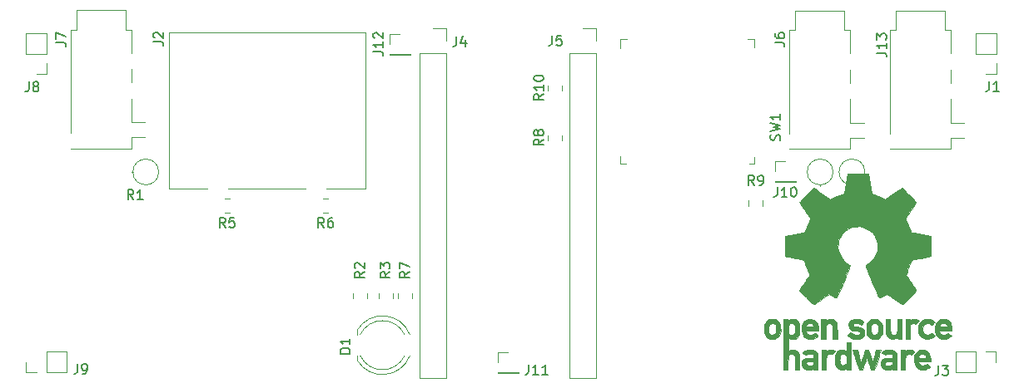
<source format=gbr>
G04 #@! TF.GenerationSoftware,KiCad,Pcbnew,(5.1.5)-3*
G04 #@! TF.CreationDate,2020-01-28T12:29:24+09:00*
G04 #@! TF.ProjectId,SchoolDesk,5363686f-6f6c-4446-9573-6b2e6b696361,rev?*
G04 #@! TF.SameCoordinates,Original*
G04 #@! TF.FileFunction,Legend,Top*
G04 #@! TF.FilePolarity,Positive*
%FSLAX46Y46*%
G04 Gerber Fmt 4.6, Leading zero omitted, Abs format (unit mm)*
G04 Created by KiCad (PCBNEW (5.1.5)-3) date 2020-01-28 12:29:24*
%MOMM*%
%LPD*%
G04 APERTURE LIST*
%ADD10C,0.120000*%
%ADD11C,0.100000*%
%ADD12C,0.010000*%
%ADD13C,0.150000*%
G04 APERTURE END LIST*
D10*
X111228500Y-165735000D02*
G75*
G03X111228500Y-165735000I-1310000J0D01*
G01*
X109918500Y-167045000D02*
X109918500Y-167175000D01*
X114340000Y-151295500D02*
X114340000Y-149295500D01*
X119340000Y-151295500D02*
X119340000Y-149295500D01*
X119340000Y-149295500D02*
X114340000Y-149295500D01*
X114340000Y-151295500D02*
X113740000Y-151295500D01*
X119940000Y-151295500D02*
X119340000Y-151295500D01*
X113740000Y-163395500D02*
X119940000Y-163395500D01*
X119940000Y-151295500D02*
X119940000Y-153670500D01*
X119940000Y-155320500D02*
X119940000Y-156670500D01*
X119940000Y-158320500D02*
X119940000Y-160720500D01*
X119940000Y-162270500D02*
X119940000Y-163395500D01*
X113740000Y-161820500D02*
X113740000Y-151295500D01*
X119940000Y-162270500D02*
X121340000Y-162270500D01*
X119940000Y-160720500D02*
X121340000Y-160720500D01*
X59606500Y-184468000D02*
X59606500Y-184933000D01*
X59606500Y-181843000D02*
X59606500Y-182308000D01*
X64420979Y-184468429D02*
G75*
G02X59911816Y-184468000I-2254479J1080429D01*
G01*
X64420979Y-182307571D02*
G75*
G03X59911816Y-182308000I-2254479J-1080429D01*
G01*
X64954315Y-184468827D02*
G75*
G02X59606500Y-184932830I-2787815J1080827D01*
G01*
X64954315Y-182307173D02*
G75*
G03X59606500Y-181843170I-2787815J-1080827D01*
G01*
D11*
X99979500Y-164919500D02*
X99479500Y-164919500D01*
X99979500Y-164219500D02*
X99979500Y-164919500D01*
X86329500Y-164919500D02*
X86329500Y-164119500D01*
X86904500Y-164919500D02*
X86329500Y-164919500D01*
X99979500Y-152169500D02*
X99304500Y-152169500D01*
X99979500Y-153019500D02*
X99979500Y-152169500D01*
X86329500Y-152169500D02*
X87004500Y-152169500D01*
X86329500Y-153119500D02*
X86329500Y-152169500D01*
D12*
G36*
X104169192Y-180760166D02*
G01*
X104256985Y-180803540D01*
X104365249Y-180879122D01*
X104444155Y-180961542D01*
X104498195Y-181065037D01*
X104531859Y-181203843D01*
X104549637Y-181392194D01*
X104556020Y-181644328D01*
X104556393Y-181752724D01*
X104555304Y-181990287D01*
X104550778Y-182160068D01*
X104540932Y-182277550D01*
X104523882Y-182358215D01*
X104497741Y-182417545D01*
X104470542Y-182458020D01*
X104296920Y-182630225D01*
X104092462Y-182733806D01*
X103871896Y-182764960D01*
X103649954Y-182719885D01*
X103579640Y-182688009D01*
X103411311Y-182600271D01*
X103411311Y-183975172D01*
X103534162Y-183911643D01*
X103696033Y-183862491D01*
X103894995Y-183849900D01*
X104093672Y-183873147D01*
X104243710Y-183925370D01*
X104368159Y-184024826D01*
X104474492Y-184167143D01*
X104482487Y-184181755D01*
X104516207Y-184250582D01*
X104540834Y-184319956D01*
X104557786Y-184403996D01*
X104568481Y-184516816D01*
X104574338Y-184672533D01*
X104576773Y-184885265D01*
X104577213Y-185124664D01*
X104577213Y-185888443D01*
X104119180Y-185888443D01*
X104119180Y-184480108D01*
X103991067Y-184372308D01*
X103857982Y-184286079D01*
X103731952Y-184270401D01*
X103605222Y-184310747D01*
X103537683Y-184350254D01*
X103487414Y-184406527D01*
X103451662Y-184491572D01*
X103427672Y-184617394D01*
X103412689Y-184795998D01*
X103403960Y-185039391D01*
X103400886Y-185201394D01*
X103390492Y-185867623D01*
X103171885Y-185880209D01*
X102953279Y-185892795D01*
X102953279Y-181758464D01*
X103411311Y-181758464D01*
X103422989Y-181988953D01*
X103462338Y-182148950D01*
X103535834Y-182248497D01*
X103649951Y-182297639D01*
X103765246Y-182307459D01*
X103895762Y-182296175D01*
X103982383Y-182251764D01*
X104036549Y-182193081D01*
X104079190Y-182129962D01*
X104104574Y-182059645D01*
X104115869Y-181961123D01*
X104116240Y-181813387D01*
X104112440Y-181689683D01*
X104103712Y-181503328D01*
X104090720Y-181380982D01*
X104068841Y-181303377D01*
X104033454Y-181251245D01*
X104000059Y-181221111D01*
X103860525Y-181155399D01*
X103695381Y-181144787D01*
X103600554Y-181167423D01*
X103506666Y-181247881D01*
X103444474Y-181404392D01*
X103414331Y-181635852D01*
X103411311Y-181758464D01*
X102953279Y-181758464D01*
X102953279Y-180725164D01*
X103182295Y-180725164D01*
X103319794Y-180730602D01*
X103390733Y-180749909D01*
X103411303Y-180787576D01*
X103411311Y-180788692D01*
X103420855Y-180825581D01*
X103462949Y-180821393D01*
X103546639Y-180780859D01*
X103741646Y-180718850D01*
X103961046Y-180712332D01*
X104169192Y-180760166D01*
G37*
X104169192Y-180760166D02*
X104256985Y-180803540D01*
X104365249Y-180879122D01*
X104444155Y-180961542D01*
X104498195Y-181065037D01*
X104531859Y-181203843D01*
X104549637Y-181392194D01*
X104556020Y-181644328D01*
X104556393Y-181752724D01*
X104555304Y-181990287D01*
X104550778Y-182160068D01*
X104540932Y-182277550D01*
X104523882Y-182358215D01*
X104497741Y-182417545D01*
X104470542Y-182458020D01*
X104296920Y-182630225D01*
X104092462Y-182733806D01*
X103871896Y-182764960D01*
X103649954Y-182719885D01*
X103579640Y-182688009D01*
X103411311Y-182600271D01*
X103411311Y-183975172D01*
X103534162Y-183911643D01*
X103696033Y-183862491D01*
X103894995Y-183849900D01*
X104093672Y-183873147D01*
X104243710Y-183925370D01*
X104368159Y-184024826D01*
X104474492Y-184167143D01*
X104482487Y-184181755D01*
X104516207Y-184250582D01*
X104540834Y-184319956D01*
X104557786Y-184403996D01*
X104568481Y-184516816D01*
X104574338Y-184672533D01*
X104576773Y-184885265D01*
X104577213Y-185124664D01*
X104577213Y-185888443D01*
X104119180Y-185888443D01*
X104119180Y-184480108D01*
X103991067Y-184372308D01*
X103857982Y-184286079D01*
X103731952Y-184270401D01*
X103605222Y-184310747D01*
X103537683Y-184350254D01*
X103487414Y-184406527D01*
X103451662Y-184491572D01*
X103427672Y-184617394D01*
X103412689Y-184795998D01*
X103403960Y-185039391D01*
X103400886Y-185201394D01*
X103390492Y-185867623D01*
X103171885Y-185880209D01*
X102953279Y-185892795D01*
X102953279Y-181758464D01*
X103411311Y-181758464D01*
X103422989Y-181988953D01*
X103462338Y-182148950D01*
X103535834Y-182248497D01*
X103649951Y-182297639D01*
X103765246Y-182307459D01*
X103895762Y-182296175D01*
X103982383Y-182251764D01*
X104036549Y-182193081D01*
X104079190Y-182129962D01*
X104104574Y-182059645D01*
X104115869Y-181961123D01*
X104116240Y-181813387D01*
X104112440Y-181689683D01*
X104103712Y-181503328D01*
X104090720Y-181380982D01*
X104068841Y-181303377D01*
X104033454Y-181251245D01*
X104000059Y-181221111D01*
X103860525Y-181155399D01*
X103695381Y-181144787D01*
X103600554Y-181167423D01*
X103506666Y-181247881D01*
X103444474Y-181404392D01*
X103414331Y-181635852D01*
X103411311Y-181758464D01*
X102953279Y-181758464D01*
X102953279Y-180725164D01*
X103182295Y-180725164D01*
X103319794Y-180730602D01*
X103390733Y-180749909D01*
X103411303Y-180787576D01*
X103411311Y-180788692D01*
X103420855Y-180825581D01*
X103462949Y-180821393D01*
X103546639Y-180780859D01*
X103741646Y-180718850D01*
X103961046Y-180712332D01*
X104169192Y-180760166D01*
G36*
X105906221Y-183864247D02*
G01*
X106102111Y-183916514D01*
X106251233Y-184011253D01*
X106356465Y-184135338D01*
X106389179Y-184188296D01*
X106413331Y-184243768D01*
X106430216Y-184314730D01*
X106441127Y-184414154D01*
X106447360Y-184555016D01*
X106450209Y-184750289D01*
X106450968Y-185012948D01*
X106450984Y-185082633D01*
X106450984Y-185888443D01*
X106251115Y-185888443D01*
X106123630Y-185879515D01*
X106029366Y-185856896D01*
X106005749Y-185842946D01*
X105941185Y-185818870D01*
X105875241Y-185842946D01*
X105766668Y-185873003D01*
X105608958Y-185885100D01*
X105434156Y-185879851D01*
X105274307Y-185857869D01*
X105180984Y-185829663D01*
X105000391Y-185713731D01*
X104887530Y-185552847D01*
X104836791Y-185338936D01*
X104836320Y-185333443D01*
X104840773Y-185238547D01*
X105243443Y-185238547D01*
X105278646Y-185346484D01*
X105335986Y-185407229D01*
X105451087Y-185453172D01*
X105603014Y-185471512D01*
X105757939Y-185462485D01*
X105882036Y-185426332D01*
X105916803Y-185403137D01*
X105977556Y-185295960D01*
X105992951Y-185174120D01*
X105992951Y-185014017D01*
X105762597Y-185014017D01*
X105543759Y-185030863D01*
X105377863Y-185078593D01*
X105274662Y-185152986D01*
X105243443Y-185238547D01*
X104840773Y-185238547D01*
X104847287Y-185099731D01*
X104924369Y-184914946D01*
X105069286Y-184775206D01*
X105089317Y-184762495D01*
X105175390Y-184721105D01*
X105281927Y-184696041D01*
X105430859Y-184683858D01*
X105607787Y-184681057D01*
X105992951Y-184680902D01*
X105992951Y-184519443D01*
X105976613Y-184394168D01*
X105934922Y-184310241D01*
X105930041Y-184305773D01*
X105837264Y-184269059D01*
X105697216Y-184254828D01*
X105542445Y-184261821D01*
X105405501Y-184288780D01*
X105324241Y-184329212D01*
X105280210Y-184361601D01*
X105233715Y-184367784D01*
X105169549Y-184341248D01*
X105072505Y-184275479D01*
X104927374Y-184163963D01*
X104914053Y-184153516D01*
X104920879Y-184114862D01*
X104977822Y-184050572D01*
X105064370Y-183979131D01*
X105160008Y-183919021D01*
X105190056Y-183904827D01*
X105299659Y-183876503D01*
X105460265Y-183856300D01*
X105639698Y-183848196D01*
X105648089Y-183848180D01*
X105906221Y-183864247D01*
G37*
X105906221Y-183864247D02*
X106102111Y-183916514D01*
X106251233Y-184011253D01*
X106356465Y-184135338D01*
X106389179Y-184188296D01*
X106413331Y-184243768D01*
X106430216Y-184314730D01*
X106441127Y-184414154D01*
X106447360Y-184555016D01*
X106450209Y-184750289D01*
X106450968Y-185012948D01*
X106450984Y-185082633D01*
X106450984Y-185888443D01*
X106251115Y-185888443D01*
X106123630Y-185879515D01*
X106029366Y-185856896D01*
X106005749Y-185842946D01*
X105941185Y-185818870D01*
X105875241Y-185842946D01*
X105766668Y-185873003D01*
X105608958Y-185885100D01*
X105434156Y-185879851D01*
X105274307Y-185857869D01*
X105180984Y-185829663D01*
X105000391Y-185713731D01*
X104887530Y-185552847D01*
X104836791Y-185338936D01*
X104836320Y-185333443D01*
X104840773Y-185238547D01*
X105243443Y-185238547D01*
X105278646Y-185346484D01*
X105335986Y-185407229D01*
X105451087Y-185453172D01*
X105603014Y-185471512D01*
X105757939Y-185462485D01*
X105882036Y-185426332D01*
X105916803Y-185403137D01*
X105977556Y-185295960D01*
X105992951Y-185174120D01*
X105992951Y-185014017D01*
X105762597Y-185014017D01*
X105543759Y-185030863D01*
X105377863Y-185078593D01*
X105274662Y-185152986D01*
X105243443Y-185238547D01*
X104840773Y-185238547D01*
X104847287Y-185099731D01*
X104924369Y-184914946D01*
X105069286Y-184775206D01*
X105089317Y-184762495D01*
X105175390Y-184721105D01*
X105281927Y-184696041D01*
X105430859Y-184683858D01*
X105607787Y-184681057D01*
X105992951Y-184680902D01*
X105992951Y-184519443D01*
X105976613Y-184394168D01*
X105934922Y-184310241D01*
X105930041Y-184305773D01*
X105837264Y-184269059D01*
X105697216Y-184254828D01*
X105542445Y-184261821D01*
X105405501Y-184288780D01*
X105324241Y-184329212D01*
X105280210Y-184361601D01*
X105233715Y-184367784D01*
X105169549Y-184341248D01*
X105072505Y-184275479D01*
X104927374Y-184163963D01*
X104914053Y-184153516D01*
X104920879Y-184114862D01*
X104977822Y-184050572D01*
X105064370Y-183979131D01*
X105160008Y-183919021D01*
X105190056Y-183904827D01*
X105299659Y-183876503D01*
X105460265Y-183856300D01*
X105639698Y-183848196D01*
X105648089Y-183848180D01*
X105906221Y-183864247D01*
G36*
X107200525Y-183852540D02*
G01*
X107262837Y-183871218D01*
X107282925Y-183912255D01*
X107283770Y-183930782D01*
X107287375Y-183982383D01*
X107312200Y-183990484D01*
X107379263Y-183955108D01*
X107419098Y-183930937D01*
X107544773Y-183879175D01*
X107694877Y-183853581D01*
X107852263Y-183851613D01*
X107999786Y-183870729D01*
X108120300Y-183908387D01*
X108196660Y-183962044D01*
X108211719Y-184029158D01*
X108204119Y-184047333D01*
X108148718Y-184122777D01*
X108062810Y-184215568D01*
X108047272Y-184230568D01*
X107965388Y-184299540D01*
X107894737Y-184321825D01*
X107795932Y-184306272D01*
X107756348Y-184295938D01*
X107633172Y-184271116D01*
X107546564Y-184282278D01*
X107473424Y-184321646D01*
X107406426Y-184374479D01*
X107357082Y-184440924D01*
X107322791Y-184533652D01*
X107300952Y-184665334D01*
X107288966Y-184848641D01*
X107284231Y-185096246D01*
X107283770Y-185245744D01*
X107283770Y-185888443D01*
X106867377Y-185888443D01*
X106867377Y-183848115D01*
X107075574Y-183848115D01*
X107200525Y-183852540D01*
G37*
X107200525Y-183852540D02*
X107262837Y-183871218D01*
X107282925Y-183912255D01*
X107283770Y-183930782D01*
X107287375Y-183982383D01*
X107312200Y-183990484D01*
X107379263Y-183955108D01*
X107419098Y-183930937D01*
X107544773Y-183879175D01*
X107694877Y-183853581D01*
X107852263Y-183851613D01*
X107999786Y-183870729D01*
X108120300Y-183908387D01*
X108196660Y-183962044D01*
X108211719Y-184029158D01*
X108204119Y-184047333D01*
X108148718Y-184122777D01*
X108062810Y-184215568D01*
X108047272Y-184230568D01*
X107965388Y-184299540D01*
X107894737Y-184321825D01*
X107795932Y-184306272D01*
X107756348Y-184295938D01*
X107633172Y-184271116D01*
X107546564Y-184282278D01*
X107473424Y-184321646D01*
X107406426Y-184374479D01*
X107357082Y-184440924D01*
X107322791Y-184533652D01*
X107300952Y-184665334D01*
X107288966Y-184848641D01*
X107284231Y-185096246D01*
X107283770Y-185245744D01*
X107283770Y-185888443D01*
X106867377Y-185888443D01*
X106867377Y-183848115D01*
X107075574Y-183848115D01*
X107200525Y-183852540D01*
G36*
X109823770Y-185888443D02*
G01*
X109594754Y-185888443D01*
X109461825Y-185884546D01*
X109392595Y-185868407D01*
X109367668Y-185833354D01*
X109365738Y-185809653D01*
X109361534Y-185762123D01*
X109335026Y-185753008D01*
X109265367Y-185782308D01*
X109211196Y-185809653D01*
X109003223Y-185874451D01*
X108777147Y-185878201D01*
X108593345Y-185829873D01*
X108422187Y-185713118D01*
X108291716Y-185540781D01*
X108220273Y-185337506D01*
X108218454Y-185326141D01*
X108207839Y-185202136D01*
X108202560Y-185024117D01*
X108202984Y-184889480D01*
X108657828Y-184889480D01*
X108668365Y-185068428D01*
X108692334Y-185215924D01*
X108724783Y-185299217D01*
X108847544Y-185413041D01*
X108993299Y-185453845D01*
X109143607Y-185420848D01*
X109272049Y-185322422D01*
X109320692Y-185256224D01*
X109349134Y-185177231D01*
X109362456Y-185061926D01*
X109365738Y-184888736D01*
X109359865Y-184717229D01*
X109344353Y-184566540D01*
X109322362Y-184465698D01*
X109318697Y-184456659D01*
X109230012Y-184349195D01*
X109100572Y-184290195D01*
X108955743Y-184280669D01*
X108820891Y-184321626D01*
X108721383Y-184414076D01*
X108711060Y-184432473D01*
X108678750Y-184544646D01*
X108661148Y-184705934D01*
X108657828Y-184889480D01*
X108202984Y-184889480D01*
X108203200Y-184821212D01*
X108206194Y-184712010D01*
X108226558Y-184441856D01*
X108268883Y-184239024D01*
X108339294Y-184089077D01*
X108443912Y-183977579D01*
X108545479Y-183912127D01*
X108687384Y-183866117D01*
X108863879Y-183850336D01*
X109044607Y-183863190D01*
X109199213Y-183903081D01*
X109280899Y-183950801D01*
X109365738Y-184027579D01*
X109365738Y-183056967D01*
X109823770Y-183056967D01*
X109823770Y-185888443D01*
G37*
X109823770Y-185888443D02*
X109594754Y-185888443D01*
X109461825Y-185884546D01*
X109392595Y-185868407D01*
X109367668Y-185833354D01*
X109365738Y-185809653D01*
X109361534Y-185762123D01*
X109335026Y-185753008D01*
X109265367Y-185782308D01*
X109211196Y-185809653D01*
X109003223Y-185874451D01*
X108777147Y-185878201D01*
X108593345Y-185829873D01*
X108422187Y-185713118D01*
X108291716Y-185540781D01*
X108220273Y-185337506D01*
X108218454Y-185326141D01*
X108207839Y-185202136D01*
X108202560Y-185024117D01*
X108202984Y-184889480D01*
X108657828Y-184889480D01*
X108668365Y-185068428D01*
X108692334Y-185215924D01*
X108724783Y-185299217D01*
X108847544Y-185413041D01*
X108993299Y-185453845D01*
X109143607Y-185420848D01*
X109272049Y-185322422D01*
X109320692Y-185256224D01*
X109349134Y-185177231D01*
X109362456Y-185061926D01*
X109365738Y-184888736D01*
X109359865Y-184717229D01*
X109344353Y-184566540D01*
X109322362Y-184465698D01*
X109318697Y-184456659D01*
X109230012Y-184349195D01*
X109100572Y-184290195D01*
X108955743Y-184280669D01*
X108820891Y-184321626D01*
X108721383Y-184414076D01*
X108711060Y-184432473D01*
X108678750Y-184544646D01*
X108661148Y-184705934D01*
X108657828Y-184889480D01*
X108202984Y-184889480D01*
X108203200Y-184821212D01*
X108206194Y-184712010D01*
X108226558Y-184441856D01*
X108268883Y-184239024D01*
X108339294Y-184089077D01*
X108443912Y-183977579D01*
X108545479Y-183912127D01*
X108687384Y-183866117D01*
X108863879Y-183850336D01*
X109044607Y-183863190D01*
X109199213Y-183903081D01*
X109280899Y-183950801D01*
X109365738Y-184027579D01*
X109365738Y-183056967D01*
X109823770Y-183056967D01*
X109823770Y-185888443D01*
G36*
X111586942Y-183868935D02*
G01*
X111802248Y-184514344D01*
X112017555Y-185159754D01*
X112085064Y-184930738D01*
X112125691Y-184789204D01*
X112179133Y-184597936D01*
X112236842Y-184387693D01*
X112267355Y-184274918D01*
X112382136Y-183848115D01*
X112855687Y-183848115D01*
X112714139Y-184295738D01*
X112644433Y-184515903D01*
X112560223Y-184781471D01*
X112472281Y-185058492D01*
X112393772Y-185305492D01*
X112214952Y-185867623D01*
X112021882Y-185880185D01*
X111828811Y-185892746D01*
X111724118Y-185547070D01*
X111659553Y-185332335D01*
X111589092Y-185095604D01*
X111527511Y-184886526D01*
X111525081Y-184878205D01*
X111479085Y-184736537D01*
X111438503Y-184639874D01*
X111410080Y-184603321D01*
X111404239Y-184607549D01*
X111383738Y-184664217D01*
X111344785Y-184785605D01*
X111292122Y-184956448D01*
X111230491Y-185161482D01*
X111197143Y-185274262D01*
X111016546Y-185888443D01*
X110633267Y-185888443D01*
X110326867Y-184920328D01*
X110240791Y-184648759D01*
X110162380Y-184402138D01*
X110095339Y-184192048D01*
X110043369Y-184030076D01*
X110010174Y-183927808D01*
X110000084Y-183897928D01*
X110008072Y-183867334D01*
X110070792Y-183853935D01*
X110201315Y-183855275D01*
X110221747Y-183856288D01*
X110463792Y-183868935D01*
X110622317Y-184451885D01*
X110680585Y-184664486D01*
X110732655Y-184851377D01*
X110773944Y-184996331D01*
X110799866Y-185083120D01*
X110804656Y-185097269D01*
X110824504Y-185080998D01*
X110864530Y-184996697D01*
X110920138Y-184855842D01*
X110986731Y-184669911D01*
X111043024Y-184501956D01*
X111257578Y-183844209D01*
X111586942Y-183868935D01*
G37*
X111586942Y-183868935D02*
X111802248Y-184514344D01*
X112017555Y-185159754D01*
X112085064Y-184930738D01*
X112125691Y-184789204D01*
X112179133Y-184597936D01*
X112236842Y-184387693D01*
X112267355Y-184274918D01*
X112382136Y-183848115D01*
X112855687Y-183848115D01*
X112714139Y-184295738D01*
X112644433Y-184515903D01*
X112560223Y-184781471D01*
X112472281Y-185058492D01*
X112393772Y-185305492D01*
X112214952Y-185867623D01*
X112021882Y-185880185D01*
X111828811Y-185892746D01*
X111724118Y-185547070D01*
X111659553Y-185332335D01*
X111589092Y-185095604D01*
X111527511Y-184886526D01*
X111525081Y-184878205D01*
X111479085Y-184736537D01*
X111438503Y-184639874D01*
X111410080Y-184603321D01*
X111404239Y-184607549D01*
X111383738Y-184664217D01*
X111344785Y-184785605D01*
X111292122Y-184956448D01*
X111230491Y-185161482D01*
X111197143Y-185274262D01*
X111016546Y-185888443D01*
X110633267Y-185888443D01*
X110326867Y-184920328D01*
X110240791Y-184648759D01*
X110162380Y-184402138D01*
X110095339Y-184192048D01*
X110043369Y-184030076D01*
X110010174Y-183927808D01*
X110000084Y-183897928D01*
X110008072Y-183867334D01*
X110070792Y-183853935D01*
X110201315Y-183855275D01*
X110221747Y-183856288D01*
X110463792Y-183868935D01*
X110622317Y-184451885D01*
X110680585Y-184664486D01*
X110732655Y-184851377D01*
X110773944Y-184996331D01*
X110799866Y-185083120D01*
X110804656Y-185097269D01*
X110824504Y-185080998D01*
X110864530Y-184996697D01*
X110920138Y-184855842D01*
X110986731Y-184669911D01*
X111043024Y-184501956D01*
X111257578Y-183844209D01*
X111586942Y-183868935D01*
G36*
X113928670Y-183860480D02*
G01*
X114104179Y-183903109D01*
X114154912Y-183925693D01*
X114253254Y-183984847D01*
X114328727Y-184051472D01*
X114384571Y-184137135D01*
X114424026Y-184253405D01*
X114450332Y-184411848D01*
X114466729Y-184624034D01*
X114476457Y-184901529D01*
X114480151Y-185086885D01*
X114493745Y-185888443D01*
X114261544Y-185888443D01*
X114120677Y-185882536D01*
X114048102Y-185862350D01*
X114029344Y-185828453D01*
X114019441Y-185791799D01*
X113975166Y-185798807D01*
X113914836Y-185828197D01*
X113763803Y-185873246D01*
X113569693Y-185885385D01*
X113365531Y-185865529D01*
X113184340Y-185814592D01*
X113168089Y-185807522D01*
X113002491Y-185691188D01*
X112893324Y-185529467D01*
X112843091Y-185340430D01*
X112846928Y-185272515D01*
X113256763Y-185272515D01*
X113292875Y-185363914D01*
X113399942Y-185429411D01*
X113572684Y-185464563D01*
X113665000Y-185469231D01*
X113818850Y-185457282D01*
X113921115Y-185410844D01*
X113946066Y-185388771D01*
X114013661Y-185268681D01*
X114029344Y-185159754D01*
X114029344Y-185014017D01*
X113826352Y-185014017D01*
X113590387Y-185026043D01*
X113424881Y-185063871D01*
X113320305Y-185130121D01*
X113296891Y-185159656D01*
X113256763Y-185272515D01*
X112846928Y-185272515D01*
X112854295Y-185142148D01*
X112929440Y-184952692D01*
X113031968Y-184824656D01*
X113094065Y-184769302D01*
X113154855Y-184732924D01*
X113233952Y-184710744D01*
X113350971Y-184697982D01*
X113525527Y-184689857D01*
X113594763Y-184687521D01*
X114029344Y-184673321D01*
X114028707Y-184541784D01*
X114011876Y-184403519D01*
X113951026Y-184319917D01*
X113828095Y-184266507D01*
X113824797Y-184265555D01*
X113650504Y-184244555D01*
X113479952Y-184271985D01*
X113353200Y-184338689D01*
X113302342Y-184371625D01*
X113247565Y-184367068D01*
X113163272Y-184319349D01*
X113113773Y-184285671D01*
X113016955Y-184213716D01*
X112956982Y-184159779D01*
X112947359Y-184144337D01*
X112986985Y-184064424D01*
X113104064Y-183968989D01*
X113154918Y-183936789D01*
X113301113Y-183881332D01*
X113498137Y-183849913D01*
X113716989Y-183842855D01*
X113928670Y-183860480D01*
G37*
X113928670Y-183860480D02*
X114104179Y-183903109D01*
X114154912Y-183925693D01*
X114253254Y-183984847D01*
X114328727Y-184051472D01*
X114384571Y-184137135D01*
X114424026Y-184253405D01*
X114450332Y-184411848D01*
X114466729Y-184624034D01*
X114476457Y-184901529D01*
X114480151Y-185086885D01*
X114493745Y-185888443D01*
X114261544Y-185888443D01*
X114120677Y-185882536D01*
X114048102Y-185862350D01*
X114029344Y-185828453D01*
X114019441Y-185791799D01*
X113975166Y-185798807D01*
X113914836Y-185828197D01*
X113763803Y-185873246D01*
X113569693Y-185885385D01*
X113365531Y-185865529D01*
X113184340Y-185814592D01*
X113168089Y-185807522D01*
X113002491Y-185691188D01*
X112893324Y-185529467D01*
X112843091Y-185340430D01*
X112846928Y-185272515D01*
X113256763Y-185272515D01*
X113292875Y-185363914D01*
X113399942Y-185429411D01*
X113572684Y-185464563D01*
X113665000Y-185469231D01*
X113818850Y-185457282D01*
X113921115Y-185410844D01*
X113946066Y-185388771D01*
X114013661Y-185268681D01*
X114029344Y-185159754D01*
X114029344Y-185014017D01*
X113826352Y-185014017D01*
X113590387Y-185026043D01*
X113424881Y-185063871D01*
X113320305Y-185130121D01*
X113296891Y-185159656D01*
X113256763Y-185272515D01*
X112846928Y-185272515D01*
X112854295Y-185142148D01*
X112929440Y-184952692D01*
X113031968Y-184824656D01*
X113094065Y-184769302D01*
X113154855Y-184732924D01*
X113233952Y-184710744D01*
X113350971Y-184697982D01*
X113525527Y-184689857D01*
X113594763Y-184687521D01*
X114029344Y-184673321D01*
X114028707Y-184541784D01*
X114011876Y-184403519D01*
X113951026Y-184319917D01*
X113828095Y-184266507D01*
X113824797Y-184265555D01*
X113650504Y-184244555D01*
X113479952Y-184271985D01*
X113353200Y-184338689D01*
X113302342Y-184371625D01*
X113247565Y-184367068D01*
X113163272Y-184319349D01*
X113113773Y-184285671D01*
X113016955Y-184213716D01*
X112956982Y-184159779D01*
X112947359Y-184144337D01*
X112986985Y-184064424D01*
X113104064Y-183968989D01*
X113154918Y-183936789D01*
X113301113Y-183881332D01*
X113498137Y-183849913D01*
X113716989Y-183842855D01*
X113928670Y-183860480D01*
G36*
X115905107Y-183847460D02*
G01*
X116065182Y-183879017D01*
X116156312Y-183925743D01*
X116252179Y-184003370D01*
X116115787Y-184175579D01*
X116031694Y-184279867D01*
X115974592Y-184330746D01*
X115917844Y-184338519D01*
X115834811Y-184313488D01*
X115795833Y-184299327D01*
X115636926Y-184278433D01*
X115491399Y-184323220D01*
X115384560Y-184424399D01*
X115367205Y-184456659D01*
X115348303Y-184542115D01*
X115333716Y-184699606D01*
X115324126Y-184917969D01*
X115320219Y-185186038D01*
X115320164Y-185224172D01*
X115320164Y-185888443D01*
X114862131Y-185888443D01*
X114862131Y-183848115D01*
X115091148Y-183848115D01*
X115223199Y-183851563D01*
X115291992Y-183866907D01*
X115317430Y-183901648D01*
X115320164Y-183934416D01*
X115320164Y-184020717D01*
X115429878Y-183934416D01*
X115555680Y-183875538D01*
X115724681Y-183846426D01*
X115905107Y-183847460D01*
G37*
X115905107Y-183847460D02*
X116065182Y-183879017D01*
X116156312Y-183925743D01*
X116252179Y-184003370D01*
X116115787Y-184175579D01*
X116031694Y-184279867D01*
X115974592Y-184330746D01*
X115917844Y-184338519D01*
X115834811Y-184313488D01*
X115795833Y-184299327D01*
X115636926Y-184278433D01*
X115491399Y-184323220D01*
X115384560Y-184424399D01*
X115367205Y-184456659D01*
X115348303Y-184542115D01*
X115333716Y-184699606D01*
X115324126Y-184917969D01*
X115320219Y-185186038D01*
X115320164Y-185224172D01*
X115320164Y-185888443D01*
X114862131Y-185888443D01*
X114862131Y-183848115D01*
X115091148Y-183848115D01*
X115223199Y-183851563D01*
X115291992Y-183866907D01*
X115317430Y-183901648D01*
X115320164Y-183934416D01*
X115320164Y-184020717D01*
X115429878Y-183934416D01*
X115555680Y-183875538D01*
X115724681Y-183846426D01*
X115905107Y-183847460D01*
G36*
X117220842Y-183858999D02*
G01*
X117419876Y-183910746D01*
X117586561Y-184017544D01*
X117667269Y-184097326D01*
X117799568Y-184285931D01*
X117875390Y-184504720D01*
X117901438Y-184773668D01*
X117901571Y-184795410D01*
X117901803Y-185014017D01*
X116643595Y-185014017D01*
X116670415Y-185128525D01*
X116718841Y-185232232D01*
X116803596Y-185340290D01*
X116821323Y-185357541D01*
X116973680Y-185450904D01*
X117147424Y-185466738D01*
X117347411Y-185405313D01*
X117381311Y-185388771D01*
X117485288Y-185338484D01*
X117554931Y-185309834D01*
X117567083Y-185307184D01*
X117609501Y-185332913D01*
X117690399Y-185395861D01*
X117731465Y-185430259D01*
X117816560Y-185509276D01*
X117844503Y-185561451D01*
X117825110Y-185609446D01*
X117814743Y-185622570D01*
X117744531Y-185680008D01*
X117628674Y-185749813D01*
X117547869Y-185790564D01*
X117318501Y-185862362D01*
X117064564Y-185885625D01*
X116824074Y-185858059D01*
X116756721Y-185838321D01*
X116548262Y-185726612D01*
X116393746Y-185554721D01*
X116292278Y-185320979D01*
X116242965Y-185023716D01*
X116237551Y-184868279D01*
X116253359Y-184641973D01*
X116652623Y-184641973D01*
X116691240Y-184658702D01*
X116795042Y-184671829D01*
X116945956Y-184679575D01*
X117048197Y-184680902D01*
X117232101Y-184679623D01*
X117348174Y-184673638D01*
X117411852Y-184659724D01*
X117438567Y-184634655D01*
X117443770Y-184598280D01*
X117408073Y-184486229D01*
X117318196Y-184375488D01*
X117199966Y-184290489D01*
X117081690Y-184255718D01*
X116921044Y-184286563D01*
X116781978Y-184375732D01*
X116685557Y-184504263D01*
X116652623Y-184641973D01*
X116253359Y-184641973D01*
X116260572Y-184538733D01*
X116331624Y-184276175D01*
X116452210Y-184078525D01*
X116623834Y-183943702D01*
X116847998Y-183869626D01*
X116969438Y-183855360D01*
X117220842Y-183858999D01*
G37*
X117220842Y-183858999D02*
X117419876Y-183910746D01*
X117586561Y-184017544D01*
X117667269Y-184097326D01*
X117799568Y-184285931D01*
X117875390Y-184504720D01*
X117901438Y-184773668D01*
X117901571Y-184795410D01*
X117901803Y-185014017D01*
X116643595Y-185014017D01*
X116670415Y-185128525D01*
X116718841Y-185232232D01*
X116803596Y-185340290D01*
X116821323Y-185357541D01*
X116973680Y-185450904D01*
X117147424Y-185466738D01*
X117347411Y-185405313D01*
X117381311Y-185388771D01*
X117485288Y-185338484D01*
X117554931Y-185309834D01*
X117567083Y-185307184D01*
X117609501Y-185332913D01*
X117690399Y-185395861D01*
X117731465Y-185430259D01*
X117816560Y-185509276D01*
X117844503Y-185561451D01*
X117825110Y-185609446D01*
X117814743Y-185622570D01*
X117744531Y-185680008D01*
X117628674Y-185749813D01*
X117547869Y-185790564D01*
X117318501Y-185862362D01*
X117064564Y-185885625D01*
X116824074Y-185858059D01*
X116756721Y-185838321D01*
X116548262Y-185726612D01*
X116393746Y-185554721D01*
X116292278Y-185320979D01*
X116242965Y-185023716D01*
X116237551Y-184868279D01*
X116253359Y-184641973D01*
X116652623Y-184641973D01*
X116691240Y-184658702D01*
X116795042Y-184671829D01*
X116945956Y-184679575D01*
X117048197Y-184680902D01*
X117232101Y-184679623D01*
X117348174Y-184673638D01*
X117411852Y-184659724D01*
X117438567Y-184634655D01*
X117443770Y-184598280D01*
X117408073Y-184486229D01*
X117318196Y-184375488D01*
X117199966Y-184290489D01*
X117081690Y-184255718D01*
X116921044Y-184286563D01*
X116781978Y-184375732D01*
X116685557Y-184504263D01*
X116652623Y-184641973D01*
X116253359Y-184641973D01*
X116260572Y-184538733D01*
X116331624Y-184276175D01*
X116452210Y-184078525D01*
X116623834Y-183943702D01*
X116847998Y-183869626D01*
X116969438Y-183855360D01*
X117220842Y-183858999D01*
G36*
X102084610Y-180746802D02*
G01*
X102302447Y-180843108D01*
X102467816Y-181003919D01*
X102580957Y-181229482D01*
X102642112Y-181520042D01*
X102646495Y-181565408D01*
X102649930Y-181885256D01*
X102605398Y-182165614D01*
X102515609Y-182392847D01*
X102467529Y-182465941D01*
X102300055Y-182620643D01*
X102086768Y-182720838D01*
X101848154Y-182762418D01*
X101604697Y-182741272D01*
X101419630Y-182676145D01*
X101260479Y-182566393D01*
X101130404Y-182422496D01*
X101128154Y-182419130D01*
X101075330Y-182330314D01*
X101041001Y-182241005D01*
X101020212Y-182128294D01*
X101008009Y-181969273D01*
X101002633Y-181838868D01*
X101000395Y-181720611D01*
X101416706Y-181720611D01*
X101420775Y-181838335D01*
X101435545Y-181995049D01*
X101461602Y-182095621D01*
X101508593Y-182167173D01*
X101552603Y-182208971D01*
X101708623Y-182296484D01*
X101871869Y-182308179D01*
X102023904Y-182245212D01*
X102099920Y-182174653D01*
X102154697Y-182103550D01*
X102186737Y-182035512D01*
X102200800Y-181946967D01*
X102201642Y-181814339D01*
X102197309Y-181692195D01*
X102187989Y-181517710D01*
X102173212Y-181404538D01*
X102146580Y-181330721D01*
X102101691Y-181274298D01*
X102066120Y-181242050D01*
X101917329Y-181157340D01*
X101756813Y-181153117D01*
X101622220Y-181203292D01*
X101507400Y-181308075D01*
X101438996Y-181480198D01*
X101416706Y-181720611D01*
X101000395Y-181720611D01*
X100997724Y-181579548D01*
X101006107Y-181385610D01*
X101031228Y-181239745D01*
X101076532Y-181124641D01*
X101145464Y-181022986D01*
X101171022Y-180992802D01*
X101330825Y-180842412D01*
X101502231Y-180754566D01*
X101711849Y-180717762D01*
X101814064Y-180714754D01*
X102084610Y-180746802D01*
G37*
X102084610Y-180746802D02*
X102302447Y-180843108D01*
X102467816Y-181003919D01*
X102580957Y-181229482D01*
X102642112Y-181520042D01*
X102646495Y-181565408D01*
X102649930Y-181885256D01*
X102605398Y-182165614D01*
X102515609Y-182392847D01*
X102467529Y-182465941D01*
X102300055Y-182620643D01*
X102086768Y-182720838D01*
X101848154Y-182762418D01*
X101604697Y-182741272D01*
X101419630Y-182676145D01*
X101260479Y-182566393D01*
X101130404Y-182422496D01*
X101128154Y-182419130D01*
X101075330Y-182330314D01*
X101041001Y-182241005D01*
X101020212Y-182128294D01*
X101008009Y-181969273D01*
X101002633Y-181838868D01*
X101000395Y-181720611D01*
X101416706Y-181720611D01*
X101420775Y-181838335D01*
X101435545Y-181995049D01*
X101461602Y-182095621D01*
X101508593Y-182167173D01*
X101552603Y-182208971D01*
X101708623Y-182296484D01*
X101871869Y-182308179D01*
X102023904Y-182245212D01*
X102099920Y-182174653D01*
X102154697Y-182103550D01*
X102186737Y-182035512D01*
X102200800Y-181946967D01*
X102201642Y-181814339D01*
X102197309Y-181692195D01*
X102187989Y-181517710D01*
X102173212Y-181404538D01*
X102146580Y-181330721D01*
X102101691Y-181274298D01*
X102066120Y-181242050D01*
X101917329Y-181157340D01*
X101756813Y-181153117D01*
X101622220Y-181203292D01*
X101507400Y-181308075D01*
X101438996Y-181480198D01*
X101416706Y-181720611D01*
X101000395Y-181720611D01*
X100997724Y-181579548D01*
X101006107Y-181385610D01*
X101031228Y-181239745D01*
X101076532Y-181124641D01*
X101145464Y-181022986D01*
X101171022Y-180992802D01*
X101330825Y-180842412D01*
X101502231Y-180754566D01*
X101711849Y-180717762D01*
X101814064Y-180714754D01*
X102084610Y-180746802D01*
G36*
X105997325Y-180771526D02*
G01*
X106038819Y-180791061D01*
X106182434Y-180896263D01*
X106318236Y-181049793D01*
X106419638Y-181218845D01*
X106448480Y-181296567D01*
X106474794Y-181435398D01*
X106490485Y-181603177D01*
X106492391Y-181672459D01*
X106492623Y-181891066D01*
X105234415Y-181891066D01*
X105261234Y-182005574D01*
X105327066Y-182141004D01*
X105442161Y-182258046D01*
X105579087Y-182333442D01*
X105666342Y-182349098D01*
X105784672Y-182330099D01*
X105925851Y-182282446D01*
X105973811Y-182260521D01*
X106151171Y-182171944D01*
X106302530Y-182287391D01*
X106389869Y-182365474D01*
X106436342Y-182429922D01*
X106438695Y-182448837D01*
X106397178Y-182494681D01*
X106306190Y-182564349D01*
X106223605Y-182618700D01*
X106000751Y-182716405D01*
X105750913Y-182760628D01*
X105503290Y-182749130D01*
X105305902Y-182689029D01*
X105102424Y-182560284D01*
X104957821Y-182390774D01*
X104867361Y-182171462D01*
X104826311Y-181893309D01*
X104822671Y-181766034D01*
X104837239Y-181474375D01*
X104839028Y-181465891D01*
X105255941Y-181465891D01*
X105267423Y-181493242D01*
X105314616Y-181508324D01*
X105411951Y-181514788D01*
X105573864Y-181516285D01*
X105636210Y-181516312D01*
X105825897Y-181514052D01*
X105946189Y-181505844D01*
X106010884Y-181489550D01*
X106033780Y-181463027D01*
X106034590Y-181454510D01*
X106008460Y-181386825D01*
X105943063Y-181292005D01*
X105914948Y-181258805D01*
X105810574Y-181164906D01*
X105701775Y-181127988D01*
X105643157Y-181124902D01*
X105484574Y-181163493D01*
X105351587Y-181267155D01*
X105267228Y-181417717D01*
X105265733Y-181422623D01*
X105255941Y-181465891D01*
X104839028Y-181465891D01*
X104885684Y-181244722D01*
X104972955Y-181060983D01*
X105079689Y-180930557D01*
X105277020Y-180789131D01*
X105508985Y-180713556D01*
X105755712Y-180706724D01*
X105997325Y-180771526D01*
G37*
X105997325Y-180771526D02*
X106038819Y-180791061D01*
X106182434Y-180896263D01*
X106318236Y-181049793D01*
X106419638Y-181218845D01*
X106448480Y-181296567D01*
X106474794Y-181435398D01*
X106490485Y-181603177D01*
X106492391Y-181672459D01*
X106492623Y-181891066D01*
X105234415Y-181891066D01*
X105261234Y-182005574D01*
X105327066Y-182141004D01*
X105442161Y-182258046D01*
X105579087Y-182333442D01*
X105666342Y-182349098D01*
X105784672Y-182330099D01*
X105925851Y-182282446D01*
X105973811Y-182260521D01*
X106151171Y-182171944D01*
X106302530Y-182287391D01*
X106389869Y-182365474D01*
X106436342Y-182429922D01*
X106438695Y-182448837D01*
X106397178Y-182494681D01*
X106306190Y-182564349D01*
X106223605Y-182618700D01*
X106000751Y-182716405D01*
X105750913Y-182760628D01*
X105503290Y-182749130D01*
X105305902Y-182689029D01*
X105102424Y-182560284D01*
X104957821Y-182390774D01*
X104867361Y-182171462D01*
X104826311Y-181893309D01*
X104822671Y-181766034D01*
X104837239Y-181474375D01*
X104839028Y-181465891D01*
X105255941Y-181465891D01*
X105267423Y-181493242D01*
X105314616Y-181508324D01*
X105411951Y-181514788D01*
X105573864Y-181516285D01*
X105636210Y-181516312D01*
X105825897Y-181514052D01*
X105946189Y-181505844D01*
X106010884Y-181489550D01*
X106033780Y-181463027D01*
X106034590Y-181454510D01*
X106008460Y-181386825D01*
X105943063Y-181292005D01*
X105914948Y-181258805D01*
X105810574Y-181164906D01*
X105701775Y-181127988D01*
X105643157Y-181124902D01*
X105484574Y-181163493D01*
X105351587Y-181267155D01*
X105267228Y-181417717D01*
X105265733Y-181422623D01*
X105255941Y-181465891D01*
X104839028Y-181465891D01*
X104885684Y-181244722D01*
X104972955Y-181060983D01*
X105079689Y-180930557D01*
X105277020Y-180789131D01*
X105508985Y-180713556D01*
X105755712Y-180706724D01*
X105997325Y-180771526D01*
G36*
X110536418Y-180718003D02*
G01*
X110694100Y-180747907D01*
X110857685Y-180810452D01*
X110875164Y-180818426D01*
X110999217Y-180883656D01*
X111085129Y-180944274D01*
X111112898Y-180983106D01*
X111086453Y-181046437D01*
X111022220Y-181139881D01*
X110993708Y-181174762D01*
X110876211Y-181312066D01*
X110724732Y-181222691D01*
X110580570Y-181163152D01*
X110414000Y-181131326D01*
X110254262Y-181129316D01*
X110130594Y-181159221D01*
X110100916Y-181177886D01*
X110044398Y-181263466D01*
X110037529Y-181362049D01*
X110079820Y-181439062D01*
X110104836Y-181453998D01*
X110179796Y-181472547D01*
X110311561Y-181494348D01*
X110473991Y-181515180D01*
X110503956Y-181518447D01*
X110764840Y-181563575D01*
X110954055Y-181640230D01*
X111079543Y-181755491D01*
X111149243Y-181916435D01*
X111170956Y-182113015D01*
X111140961Y-182336473D01*
X111043559Y-182511949D01*
X110878361Y-182639758D01*
X110644977Y-182720218D01*
X110385902Y-182751962D01*
X110174633Y-182751580D01*
X110003265Y-182722749D01*
X109886230Y-182682944D01*
X109738350Y-182613587D01*
X109601687Y-182533097D01*
X109553115Y-182497670D01*
X109428197Y-182395705D01*
X109729509Y-182090813D01*
X109900796Y-182204165D01*
X110072594Y-182289300D01*
X110256048Y-182333830D01*
X110432397Y-182338528D01*
X110582881Y-182304170D01*
X110688740Y-182231529D01*
X110722921Y-182170238D01*
X110717794Y-182071941D01*
X110632857Y-181996773D01*
X110468343Y-181944866D01*
X110288101Y-181920875D01*
X110010709Y-181875104D01*
X109804635Y-181788748D01*
X109667122Y-181659280D01*
X109595413Y-181484172D01*
X109585479Y-181276565D01*
X109634548Y-181059714D01*
X109746420Y-180895805D01*
X109922097Y-180784088D01*
X110162581Y-180723814D01*
X110340743Y-180711999D01*
X110536418Y-180718003D01*
G37*
X110536418Y-180718003D02*
X110694100Y-180747907D01*
X110857685Y-180810452D01*
X110875164Y-180818426D01*
X110999217Y-180883656D01*
X111085129Y-180944274D01*
X111112898Y-180983106D01*
X111086453Y-181046437D01*
X111022220Y-181139881D01*
X110993708Y-181174762D01*
X110876211Y-181312066D01*
X110724732Y-181222691D01*
X110580570Y-181163152D01*
X110414000Y-181131326D01*
X110254262Y-181129316D01*
X110130594Y-181159221D01*
X110100916Y-181177886D01*
X110044398Y-181263466D01*
X110037529Y-181362049D01*
X110079820Y-181439062D01*
X110104836Y-181453998D01*
X110179796Y-181472547D01*
X110311561Y-181494348D01*
X110473991Y-181515180D01*
X110503956Y-181518447D01*
X110764840Y-181563575D01*
X110954055Y-181640230D01*
X111079543Y-181755491D01*
X111149243Y-181916435D01*
X111170956Y-182113015D01*
X111140961Y-182336473D01*
X111043559Y-182511949D01*
X110878361Y-182639758D01*
X110644977Y-182720218D01*
X110385902Y-182751962D01*
X110174633Y-182751580D01*
X110003265Y-182722749D01*
X109886230Y-182682944D01*
X109738350Y-182613587D01*
X109601687Y-182533097D01*
X109553115Y-182497670D01*
X109428197Y-182395705D01*
X109729509Y-182090813D01*
X109900796Y-182204165D01*
X110072594Y-182289300D01*
X110256048Y-182333830D01*
X110432397Y-182338528D01*
X110582881Y-182304170D01*
X110688740Y-182231529D01*
X110722921Y-182170238D01*
X110717794Y-182071941D01*
X110632857Y-181996773D01*
X110468343Y-181944866D01*
X110288101Y-181920875D01*
X110010709Y-181875104D01*
X109804635Y-181788748D01*
X109667122Y-181659280D01*
X109595413Y-181484172D01*
X109585479Y-181276565D01*
X109634548Y-181059714D01*
X109746420Y-180895805D01*
X109922097Y-180784088D01*
X110162581Y-180723814D01*
X110340743Y-180711999D01*
X110536418Y-180718003D01*
G36*
X112512521Y-180749805D02*
G01*
X112723136Y-180864505D01*
X112887915Y-181045574D01*
X112965554Y-181192838D01*
X112998886Y-181322907D01*
X113020483Y-181508333D01*
X113029739Y-181721939D01*
X113026045Y-181936550D01*
X113008794Y-182124991D01*
X112988643Y-182225637D01*
X112920667Y-182363323D01*
X112802942Y-182509566D01*
X112661065Y-182637452D01*
X112520632Y-182720063D01*
X112517207Y-182721373D01*
X112342945Y-182757472D01*
X112136427Y-182758365D01*
X111940174Y-182725501D01*
X111864396Y-182699161D01*
X111669221Y-182588484D01*
X111529438Y-182443478D01*
X111437599Y-182251503D01*
X111386254Y-181999920D01*
X111374637Y-181868142D01*
X111376119Y-181702553D01*
X111822459Y-181702553D01*
X111837494Y-181944177D01*
X111880772Y-182128303D01*
X111949551Y-182245949D01*
X111998550Y-182279590D01*
X112124093Y-182303050D01*
X112273318Y-182296104D01*
X112402333Y-182262345D01*
X112436166Y-182243772D01*
X112525428Y-182135599D01*
X112584345Y-181970051D01*
X112609424Y-181768581D01*
X112597174Y-181552646D01*
X112569796Y-181422690D01*
X112491191Y-181272191D01*
X112367104Y-181178114D01*
X112217661Y-181145587D01*
X112062987Y-181179738D01*
X111944174Y-181263273D01*
X111881735Y-181332193D01*
X111845293Y-181400126D01*
X111827923Y-181492064D01*
X111822699Y-181632999D01*
X111822459Y-181702553D01*
X111376119Y-181702553D01*
X111377785Y-181516495D01*
X111435056Y-181228134D01*
X111546457Y-181003049D01*
X111711993Y-180841230D01*
X111931670Y-180742666D01*
X111978842Y-180731236D01*
X112262336Y-180704406D01*
X112512521Y-180749805D01*
G37*
X112512521Y-180749805D02*
X112723136Y-180864505D01*
X112887915Y-181045574D01*
X112965554Y-181192838D01*
X112998886Y-181322907D01*
X113020483Y-181508333D01*
X113029739Y-181721939D01*
X113026045Y-181936550D01*
X113008794Y-182124991D01*
X112988643Y-182225637D01*
X112920667Y-182363323D01*
X112802942Y-182509566D01*
X112661065Y-182637452D01*
X112520632Y-182720063D01*
X112517207Y-182721373D01*
X112342945Y-182757472D01*
X112136427Y-182758365D01*
X111940174Y-182725501D01*
X111864396Y-182699161D01*
X111669221Y-182588484D01*
X111529438Y-182443478D01*
X111437599Y-182251503D01*
X111386254Y-181999920D01*
X111374637Y-181868142D01*
X111376119Y-181702553D01*
X111822459Y-181702553D01*
X111837494Y-181944177D01*
X111880772Y-182128303D01*
X111949551Y-182245949D01*
X111998550Y-182279590D01*
X112124093Y-182303050D01*
X112273318Y-182296104D01*
X112402333Y-182262345D01*
X112436166Y-182243772D01*
X112525428Y-182135599D01*
X112584345Y-181970051D01*
X112609424Y-181768581D01*
X112597174Y-181552646D01*
X112569796Y-181422690D01*
X112491191Y-181272191D01*
X112367104Y-181178114D01*
X112217661Y-181145587D01*
X112062987Y-181179738D01*
X111944174Y-181263273D01*
X111881735Y-181332193D01*
X111845293Y-181400126D01*
X111827923Y-181492064D01*
X111822699Y-181632999D01*
X111822459Y-181702553D01*
X111376119Y-181702553D01*
X111377785Y-181516495D01*
X111435056Y-181228134D01*
X111546457Y-181003049D01*
X111711993Y-180841230D01*
X111931670Y-180742666D01*
X111978842Y-180731236D01*
X112262336Y-180704406D01*
X112512521Y-180749805D01*
G36*
X113779508Y-181373311D02*
G01*
X113783444Y-181678698D01*
X113797823Y-181910660D01*
X113826504Y-182078786D01*
X113873348Y-182192671D01*
X113942211Y-182261905D01*
X114036954Y-182296080D01*
X114154262Y-182304811D01*
X114277123Y-182295028D01*
X114370444Y-182259287D01*
X114438084Y-182187995D01*
X114483901Y-182071561D01*
X114511755Y-181900391D01*
X114525504Y-181664896D01*
X114529016Y-181373311D01*
X114529016Y-180725164D01*
X114987049Y-180725164D01*
X114987049Y-182723853D01*
X114758033Y-182723853D01*
X114619971Y-182718258D01*
X114548878Y-182698611D01*
X114529016Y-182661313D01*
X114517054Y-182628094D01*
X114469447Y-182635121D01*
X114373485Y-182682132D01*
X114153548Y-182754654D01*
X113920274Y-182749516D01*
X113696755Y-182670766D01*
X113590313Y-182608558D01*
X113509122Y-182541204D01*
X113449808Y-182456928D01*
X113408996Y-182343957D01*
X113383312Y-182190515D01*
X113369381Y-181984827D01*
X113363829Y-181715118D01*
X113363115Y-181506551D01*
X113363115Y-180725164D01*
X113779508Y-180725164D01*
X113779508Y-181373311D01*
G37*
X113779508Y-181373311D02*
X113783444Y-181678698D01*
X113797823Y-181910660D01*
X113826504Y-182078786D01*
X113873348Y-182192671D01*
X113942211Y-182261905D01*
X114036954Y-182296080D01*
X114154262Y-182304811D01*
X114277123Y-182295028D01*
X114370444Y-182259287D01*
X114438084Y-182187995D01*
X114483901Y-182071561D01*
X114511755Y-181900391D01*
X114525504Y-181664896D01*
X114529016Y-181373311D01*
X114529016Y-180725164D01*
X114987049Y-180725164D01*
X114987049Y-182723853D01*
X114758033Y-182723853D01*
X114619971Y-182718258D01*
X114548878Y-182698611D01*
X114529016Y-182661313D01*
X114517054Y-182628094D01*
X114469447Y-182635121D01*
X114373485Y-182682132D01*
X114153548Y-182754654D01*
X113920274Y-182749516D01*
X113696755Y-182670766D01*
X113590313Y-182608558D01*
X113509122Y-182541204D01*
X113449808Y-182456928D01*
X113408996Y-182343957D01*
X113383312Y-182190515D01*
X113369381Y-181984827D01*
X113363829Y-181715118D01*
X113363115Y-181506551D01*
X113363115Y-180725164D01*
X113779508Y-180725164D01*
X113779508Y-181373311D01*
G36*
X117832288Y-180742602D02*
G01*
X118073543Y-180845090D01*
X118149531Y-180894981D01*
X118246648Y-180971651D01*
X118307612Y-181031936D01*
X118318197Y-181051571D01*
X118288308Y-181095142D01*
X118211819Y-181169077D01*
X118150582Y-181220679D01*
X117982967Y-181355378D01*
X117850614Y-181244010D01*
X117748336Y-181172113D01*
X117648610Y-181147296D01*
X117534475Y-181153357D01*
X117353234Y-181198418D01*
X117228475Y-181291949D01*
X117152658Y-181443154D01*
X117118240Y-181661236D01*
X117118231Y-181661373D01*
X117121208Y-181905124D01*
X117167467Y-182083966D01*
X117259742Y-182205730D01*
X117322650Y-182246964D01*
X117489717Y-182298311D01*
X117668162Y-182298342D01*
X117823415Y-182248522D01*
X117860164Y-182224180D01*
X117952330Y-182162004D01*
X118024387Y-182151813D01*
X118102102Y-182198092D01*
X118188018Y-182281212D01*
X118324011Y-182421521D01*
X118173023Y-182545978D01*
X117939740Y-182686443D01*
X117676673Y-182755666D01*
X117401760Y-182750653D01*
X117221216Y-182704755D01*
X117010194Y-182591249D01*
X116841426Y-182412685D01*
X116764753Y-182286639D01*
X116702654Y-182105791D01*
X116671581Y-181876745D01*
X116671342Y-181628510D01*
X116701743Y-181390093D01*
X116762592Y-181190503D01*
X116772176Y-181170039D01*
X116914102Y-180969341D01*
X117106259Y-180823217D01*
X117333464Y-180734698D01*
X117580535Y-180706815D01*
X117832288Y-180742602D01*
G37*
X117832288Y-180742602D02*
X118073543Y-180845090D01*
X118149531Y-180894981D01*
X118246648Y-180971651D01*
X118307612Y-181031936D01*
X118318197Y-181051571D01*
X118288308Y-181095142D01*
X118211819Y-181169077D01*
X118150582Y-181220679D01*
X117982967Y-181355378D01*
X117850614Y-181244010D01*
X117748336Y-181172113D01*
X117648610Y-181147296D01*
X117534475Y-181153357D01*
X117353234Y-181198418D01*
X117228475Y-181291949D01*
X117152658Y-181443154D01*
X117118240Y-181661236D01*
X117118231Y-181661373D01*
X117121208Y-181905124D01*
X117167467Y-182083966D01*
X117259742Y-182205730D01*
X117322650Y-182246964D01*
X117489717Y-182298311D01*
X117668162Y-182298342D01*
X117823415Y-182248522D01*
X117860164Y-182224180D01*
X117952330Y-182162004D01*
X118024387Y-182151813D01*
X118102102Y-182198092D01*
X118188018Y-182281212D01*
X118324011Y-182421521D01*
X118173023Y-182545978D01*
X117939740Y-182686443D01*
X117676673Y-182755666D01*
X117401760Y-182750653D01*
X117221216Y-182704755D01*
X117010194Y-182591249D01*
X116841426Y-182412685D01*
X116764753Y-182286639D01*
X116702654Y-182105791D01*
X116671581Y-181876745D01*
X116671342Y-181628510D01*
X116701743Y-181390093D01*
X116762592Y-181190503D01*
X116772176Y-181170039D01*
X116914102Y-180969341D01*
X117106259Y-180823217D01*
X117333464Y-180734698D01*
X117580535Y-180706815D01*
X117832288Y-180742602D01*
G36*
X119357792Y-180718019D02*
G01*
X119464414Y-180743922D01*
X119668830Y-180838772D01*
X119843625Y-180983633D01*
X119964597Y-181157320D01*
X119981217Y-181196317D01*
X120004016Y-181298465D01*
X120019975Y-181449573D01*
X120025410Y-181602301D01*
X120025410Y-181891066D01*
X119421639Y-181891066D01*
X119172619Y-181892007D01*
X118997189Y-181897723D01*
X118885665Y-181912550D01*
X118828360Y-181940827D01*
X118815588Y-181986890D01*
X118837662Y-182055077D01*
X118877205Y-182134863D01*
X118987509Y-182268017D01*
X119140792Y-182334355D01*
X119328141Y-182332194D01*
X119540363Y-182259991D01*
X119723773Y-182170883D01*
X119875962Y-182291220D01*
X120028151Y-182411558D01*
X119884974Y-182543843D01*
X119693828Y-182668832D01*
X119458753Y-182744189D01*
X119205898Y-182765278D01*
X118961413Y-182727460D01*
X118921967Y-182714628D01*
X118707090Y-182602414D01*
X118547250Y-182435118D01*
X118439080Y-182207748D01*
X118379210Y-181915308D01*
X118378513Y-181909040D01*
X118373152Y-181590332D01*
X118394823Y-181476632D01*
X118817869Y-181476632D01*
X118856722Y-181494116D01*
X118962205Y-181507508D01*
X119117707Y-181515155D01*
X119216249Y-181516312D01*
X119400013Y-181515588D01*
X119514914Y-181510983D01*
X119575366Y-181498848D01*
X119595783Y-181475530D01*
X119590581Y-181437382D01*
X119586217Y-181422623D01*
X119511724Y-181283944D01*
X119394566Y-181172179D01*
X119291173Y-181123066D01*
X119153816Y-181126032D01*
X119014629Y-181187278D01*
X118897874Y-181288683D01*
X118827810Y-181412122D01*
X118817869Y-181476632D01*
X118394823Y-181476632D01*
X118426579Y-181310020D01*
X118532572Y-181074780D01*
X118684911Y-180891284D01*
X118877374Y-180766209D01*
X119103742Y-180706229D01*
X119357792Y-180718019D01*
G37*
X119357792Y-180718019D02*
X119464414Y-180743922D01*
X119668830Y-180838772D01*
X119843625Y-180983633D01*
X119964597Y-181157320D01*
X119981217Y-181196317D01*
X120004016Y-181298465D01*
X120019975Y-181449573D01*
X120025410Y-181602301D01*
X120025410Y-181891066D01*
X119421639Y-181891066D01*
X119172619Y-181892007D01*
X118997189Y-181897723D01*
X118885665Y-181912550D01*
X118828360Y-181940827D01*
X118815588Y-181986890D01*
X118837662Y-182055077D01*
X118877205Y-182134863D01*
X118987509Y-182268017D01*
X119140792Y-182334355D01*
X119328141Y-182332194D01*
X119540363Y-182259991D01*
X119723773Y-182170883D01*
X119875962Y-182291220D01*
X120028151Y-182411558D01*
X119884974Y-182543843D01*
X119693828Y-182668832D01*
X119458753Y-182744189D01*
X119205898Y-182765278D01*
X118961413Y-182727460D01*
X118921967Y-182714628D01*
X118707090Y-182602414D01*
X118547250Y-182435118D01*
X118439080Y-182207748D01*
X118379210Y-181915308D01*
X118378513Y-181909040D01*
X118373152Y-181590332D01*
X118394823Y-181476632D01*
X118817869Y-181476632D01*
X118856722Y-181494116D01*
X118962205Y-181507508D01*
X119117707Y-181515155D01*
X119216249Y-181516312D01*
X119400013Y-181515588D01*
X119514914Y-181510983D01*
X119575366Y-181498848D01*
X119595783Y-181475530D01*
X119590581Y-181437382D01*
X119586217Y-181422623D01*
X119511724Y-181283944D01*
X119394566Y-181172179D01*
X119291173Y-181123066D01*
X119153816Y-181126032D01*
X119014629Y-181187278D01*
X118897874Y-181288683D01*
X118827810Y-181412122D01*
X118817869Y-181476632D01*
X118394823Y-181476632D01*
X118426579Y-181310020D01*
X118532572Y-181074780D01*
X118684911Y-180891284D01*
X118877374Y-180766209D01*
X119103742Y-180706229D01*
X119357792Y-180718019D01*
G36*
X107993108Y-180759563D02*
G01*
X108096740Y-180809062D01*
X108197106Y-180880561D01*
X108273568Y-180962853D01*
X108329262Y-181067811D01*
X108367323Y-181207313D01*
X108390885Y-181393233D01*
X108403085Y-181637448D01*
X108407056Y-181951833D01*
X108407118Y-181984754D01*
X108408033Y-182723853D01*
X107950000Y-182723853D01*
X107950000Y-182042481D01*
X107949674Y-181790050D01*
X107947419Y-181607093D01*
X107941319Y-181479807D01*
X107929459Y-181394386D01*
X107909924Y-181337026D01*
X107880797Y-181293924D01*
X107840224Y-181251334D01*
X107698269Y-181159824D01*
X107543306Y-181142843D01*
X107395677Y-181200701D01*
X107344337Y-181243763D01*
X107306647Y-181284249D01*
X107279587Y-181327607D01*
X107261397Y-181387463D01*
X107250316Y-181477441D01*
X107244586Y-181611168D01*
X107242444Y-181802270D01*
X107242131Y-182034911D01*
X107242131Y-182723853D01*
X106784098Y-182723853D01*
X106784098Y-180725164D01*
X107013115Y-180725164D01*
X107150614Y-180730602D01*
X107221553Y-180749909D01*
X107242122Y-180787576D01*
X107242131Y-180788692D01*
X107251675Y-180825581D01*
X107293767Y-180821395D01*
X107377459Y-180780861D01*
X107567273Y-180721224D01*
X107784401Y-180714591D01*
X107993108Y-180759563D01*
G37*
X107993108Y-180759563D02*
X108096740Y-180809062D01*
X108197106Y-180880561D01*
X108273568Y-180962853D01*
X108329262Y-181067811D01*
X108367323Y-181207313D01*
X108390885Y-181393233D01*
X108403085Y-181637448D01*
X108407056Y-181951833D01*
X108407118Y-181984754D01*
X108408033Y-182723853D01*
X107950000Y-182723853D01*
X107950000Y-182042481D01*
X107949674Y-181790050D01*
X107947419Y-181607093D01*
X107941319Y-181479807D01*
X107929459Y-181394386D01*
X107909924Y-181337026D01*
X107880797Y-181293924D01*
X107840224Y-181251334D01*
X107698269Y-181159824D01*
X107543306Y-181142843D01*
X107395677Y-181200701D01*
X107344337Y-181243763D01*
X107306647Y-181284249D01*
X107279587Y-181327607D01*
X107261397Y-181387463D01*
X107250316Y-181477441D01*
X107244586Y-181611168D01*
X107242444Y-181802270D01*
X107242131Y-182034911D01*
X107242131Y-182723853D01*
X106784098Y-182723853D01*
X106784098Y-180725164D01*
X107013115Y-180725164D01*
X107150614Y-180730602D01*
X107221553Y-180749909D01*
X107242122Y-180787576D01*
X107242131Y-180788692D01*
X107251675Y-180825581D01*
X107293767Y-180821395D01*
X107377459Y-180780861D01*
X107567273Y-180721224D01*
X107784401Y-180714591D01*
X107993108Y-180759563D01*
G36*
X116448869Y-180723231D02*
G01*
X116592092Y-180766989D01*
X116684306Y-180822280D01*
X116714344Y-180866004D01*
X116706076Y-180917834D01*
X116652427Y-180999259D01*
X116607063Y-181056927D01*
X116513546Y-181161182D01*
X116443287Y-181205045D01*
X116383393Y-181202182D01*
X116205720Y-181156967D01*
X116075234Y-181159020D01*
X115969273Y-181210261D01*
X115933700Y-181240252D01*
X115819836Y-181345778D01*
X115819836Y-182723853D01*
X115361803Y-182723853D01*
X115361803Y-180725164D01*
X115590820Y-180725164D01*
X115728318Y-180730602D01*
X115799258Y-180749909D01*
X115819827Y-180787576D01*
X115819836Y-180788692D01*
X115829550Y-180828146D01*
X115873478Y-180823000D01*
X115934344Y-180794536D01*
X116060054Y-180741569D01*
X116162134Y-180709703D01*
X116293480Y-180701533D01*
X116448869Y-180723231D01*
G37*
X116448869Y-180723231D02*
X116592092Y-180766989D01*
X116684306Y-180822280D01*
X116714344Y-180866004D01*
X116706076Y-180917834D01*
X116652427Y-180999259D01*
X116607063Y-181056927D01*
X116513546Y-181161182D01*
X116443287Y-181205045D01*
X116383393Y-181202182D01*
X116205720Y-181156967D01*
X116075234Y-181159020D01*
X115969273Y-181210261D01*
X115933700Y-181240252D01*
X115819836Y-181345778D01*
X115819836Y-182723853D01*
X115361803Y-182723853D01*
X115361803Y-180725164D01*
X115590820Y-180725164D01*
X115728318Y-180730602D01*
X115799258Y-180749909D01*
X115819827Y-180787576D01*
X115819836Y-180788692D01*
X115829550Y-180828146D01*
X115873478Y-180823000D01*
X115934344Y-180794536D01*
X116060054Y-180741569D01*
X116162134Y-180709703D01*
X116293480Y-180701533D01*
X116448869Y-180723231D01*
G36*
X111738305Y-166920960D02*
G01*
X111926557Y-167919542D01*
X112621183Y-168205889D01*
X113315808Y-168492237D01*
X114149128Y-167925586D01*
X114382501Y-167767811D01*
X114593457Y-167626939D01*
X114772153Y-167509401D01*
X114908744Y-167421629D01*
X114993386Y-167370055D01*
X115016437Y-167358935D01*
X115057963Y-167387535D01*
X115146698Y-167466604D01*
X115272697Y-167586041D01*
X115426014Y-167735744D01*
X115596702Y-167905615D01*
X115774814Y-168085551D01*
X115950406Y-168265454D01*
X116113530Y-168435222D01*
X116254241Y-168584754D01*
X116362592Y-168703952D01*
X116428637Y-168782713D01*
X116444426Y-168809072D01*
X116421703Y-168857666D01*
X116357999Y-168964126D01*
X116260013Y-169118039D01*
X116134441Y-169308991D01*
X115987982Y-169526569D01*
X115903115Y-169650671D01*
X115748426Y-169877279D01*
X115610970Y-170081770D01*
X115497414Y-170253965D01*
X115414428Y-170383685D01*
X115368678Y-170460751D01*
X115361803Y-170476947D01*
X115377388Y-170522975D01*
X115419868Y-170630250D01*
X115482835Y-170783687D01*
X115559879Y-170968206D01*
X115644590Y-171168721D01*
X115730558Y-171370152D01*
X115811373Y-171557415D01*
X115880627Y-171715428D01*
X115931908Y-171829107D01*
X115958809Y-171883370D01*
X115960396Y-171885506D01*
X116002635Y-171895867D01*
X116115126Y-171918982D01*
X116286209Y-171952579D01*
X116504223Y-171994385D01*
X116757509Y-172042127D01*
X116905288Y-172069659D01*
X117175938Y-172121190D01*
X117420397Y-172170225D01*
X117626300Y-172214081D01*
X117781277Y-172250074D01*
X117872962Y-172275521D01*
X117891393Y-172283595D01*
X117909445Y-172338242D01*
X117924010Y-172461662D01*
X117935098Y-172639423D01*
X117942719Y-172857091D01*
X117946884Y-173100235D01*
X117947602Y-173354423D01*
X117944882Y-173605220D01*
X117938735Y-173838196D01*
X117929171Y-174038918D01*
X117916199Y-174192954D01*
X117899829Y-174285870D01*
X117890011Y-174305213D01*
X117831323Y-174328398D01*
X117706966Y-174361544D01*
X117533390Y-174400758D01*
X117327042Y-174442145D01*
X117255011Y-174455534D01*
X116907719Y-174519147D01*
X116633383Y-174570378D01*
X116422939Y-174611261D01*
X116267322Y-174643834D01*
X116157467Y-174670132D01*
X116084311Y-174692192D01*
X116038787Y-174712049D01*
X116011833Y-174731741D01*
X116008061Y-174735632D01*
X115970415Y-174798324D01*
X115912986Y-174920331D01*
X115841508Y-175086712D01*
X115761715Y-175282529D01*
X115679343Y-175492840D01*
X115600125Y-175702708D01*
X115529796Y-175897191D01*
X115474089Y-176061350D01*
X115438741Y-176180245D01*
X115429484Y-176238936D01*
X115430256Y-176240992D01*
X115461620Y-176288964D01*
X115532774Y-176394516D01*
X115636240Y-176546660D01*
X115764540Y-176734410D01*
X115910199Y-176946780D01*
X115951680Y-177007130D01*
X116099587Y-177225929D01*
X116229739Y-177425562D01*
X116335045Y-177594565D01*
X116408416Y-177721475D01*
X116442763Y-177794829D01*
X116444426Y-177803841D01*
X116415569Y-177851207D01*
X116335831Y-177945042D01*
X116215462Y-178075261D01*
X116064713Y-178231779D01*
X115893836Y-178404510D01*
X115713079Y-178583371D01*
X115532694Y-178758276D01*
X115362932Y-178919140D01*
X115214042Y-179055878D01*
X115096276Y-179158407D01*
X115019883Y-179216640D01*
X114998750Y-179226148D01*
X114949560Y-179203754D01*
X114848847Y-179143356D01*
X114713017Y-179055129D01*
X114608510Y-178984115D01*
X114419149Y-178853811D01*
X114194899Y-178700384D01*
X113969964Y-178547201D01*
X113849032Y-178465218D01*
X113439704Y-178188353D01*
X113096102Y-178374136D01*
X112939565Y-178455523D01*
X112806454Y-178518784D01*
X112716389Y-178554865D01*
X112693463Y-178559885D01*
X112665895Y-178522817D01*
X112611508Y-178418069D01*
X112534363Y-178255303D01*
X112438518Y-178044181D01*
X112328034Y-177794365D01*
X112206971Y-177515517D01*
X112079389Y-177217299D01*
X111949347Y-176909374D01*
X111820906Y-176601404D01*
X111698126Y-176303050D01*
X111585067Y-176023975D01*
X111485788Y-175773841D01*
X111404349Y-175562310D01*
X111344811Y-175399043D01*
X111311234Y-175293705D01*
X111305834Y-175257527D01*
X111348634Y-175211381D01*
X111442344Y-175136472D01*
X111567373Y-175048364D01*
X111577867Y-175041394D01*
X111901020Y-174782721D01*
X112161587Y-174480938D01*
X112357310Y-174145695D01*
X112485932Y-173786642D01*
X112545195Y-173413426D01*
X112532839Y-173035700D01*
X112446607Y-172663111D01*
X112284241Y-172305310D01*
X112236472Y-172227027D01*
X111988009Y-171910919D01*
X111694481Y-171657079D01*
X111366047Y-171466827D01*
X111012865Y-171341485D01*
X110645095Y-171282372D01*
X110272897Y-171290807D01*
X109906429Y-171368112D01*
X109555851Y-171515606D01*
X109231323Y-171734610D01*
X109130936Y-171823498D01*
X108875449Y-172101744D01*
X108689278Y-172394656D01*
X108561570Y-172722986D01*
X108490444Y-173048133D01*
X108472886Y-173413702D01*
X108531434Y-173781086D01*
X108660142Y-174137866D01*
X108853062Y-174471626D01*
X109104248Y-174769947D01*
X109407752Y-175020411D01*
X109447640Y-175046813D01*
X109574009Y-175133272D01*
X109670073Y-175208184D01*
X109716000Y-175256015D01*
X109716668Y-175257527D01*
X109706808Y-175309267D01*
X109667722Y-175426696D01*
X109603472Y-175600154D01*
X109518120Y-175819979D01*
X109415727Y-176076513D01*
X109300354Y-176360096D01*
X109176063Y-176661067D01*
X109046916Y-176969767D01*
X108916974Y-177276536D01*
X108790298Y-177571714D01*
X108670951Y-177845640D01*
X108562994Y-178088656D01*
X108470488Y-178291101D01*
X108397496Y-178443315D01*
X108348077Y-178535638D01*
X108328177Y-178559885D01*
X108267366Y-178541004D01*
X108153582Y-178490364D01*
X108006445Y-178417017D01*
X107925538Y-178374136D01*
X107581935Y-178188353D01*
X107172607Y-178465218D01*
X106963654Y-178607054D01*
X106734887Y-178763141D01*
X106520509Y-178910109D01*
X106413129Y-178984115D01*
X106262102Y-179085531D01*
X106134218Y-179165898D01*
X106046158Y-179215041D01*
X106017555Y-179225429D01*
X105975924Y-179197405D01*
X105883789Y-179119172D01*
X105750082Y-178998852D01*
X105583735Y-178844568D01*
X105393680Y-178664443D01*
X105273479Y-178548790D01*
X105063185Y-178342167D01*
X104881444Y-178157358D01*
X104735603Y-178002270D01*
X104633009Y-177884807D01*
X104581009Y-177812875D01*
X104576020Y-177798278D01*
X104599171Y-177742753D01*
X104663146Y-177630484D01*
X104760847Y-177472837D01*
X104885180Y-177281179D01*
X105029046Y-177066876D01*
X105069959Y-177007130D01*
X105219033Y-176789982D01*
X105352775Y-176594475D01*
X105463709Y-176431599D01*
X105544356Y-176312337D01*
X105587241Y-176247678D01*
X105591383Y-176240992D01*
X105585188Y-176189462D01*
X105552300Y-176076166D01*
X105498455Y-175916042D01*
X105429387Y-175724032D01*
X105350831Y-175515074D01*
X105268520Y-175304109D01*
X105188189Y-175106076D01*
X105115572Y-174935916D01*
X105056405Y-174808567D01*
X105016420Y-174738971D01*
X105013578Y-174735632D01*
X104989127Y-174715742D01*
X104947831Y-174696073D01*
X104880623Y-174674589D01*
X104778441Y-174649253D01*
X104632219Y-174618029D01*
X104432893Y-174578882D01*
X104171397Y-174529775D01*
X103838669Y-174468672D01*
X103766628Y-174455534D01*
X103553115Y-174414282D01*
X103366978Y-174373926D01*
X103224666Y-174338361D01*
X103142629Y-174311480D01*
X103131628Y-174305213D01*
X103113502Y-174249654D01*
X103098767Y-174125495D01*
X103087436Y-173947169D01*
X103079516Y-173729109D01*
X103075019Y-173485746D01*
X103073954Y-173231514D01*
X103076330Y-172980845D01*
X103082159Y-172748171D01*
X103091449Y-172547924D01*
X103104211Y-172394538D01*
X103120454Y-172302444D01*
X103130246Y-172283595D01*
X103184761Y-172264582D01*
X103308896Y-172233650D01*
X103490285Y-172193482D01*
X103716560Y-172146762D01*
X103975353Y-172096173D01*
X104116351Y-172069659D01*
X104383873Y-172019650D01*
X104622438Y-171974346D01*
X104820386Y-171936021D01*
X104966057Y-171906947D01*
X105047791Y-171889397D01*
X105061243Y-171885506D01*
X105083979Y-171841638D01*
X105132040Y-171735976D01*
X105199019Y-171583613D01*
X105278510Y-171399646D01*
X105364108Y-171199170D01*
X105449405Y-170997281D01*
X105527995Y-170809073D01*
X105593473Y-170649642D01*
X105639431Y-170534084D01*
X105659463Y-170477494D01*
X105659836Y-170475021D01*
X105637126Y-170430379D01*
X105573459Y-170327647D01*
X105475525Y-170177037D01*
X105350017Y-169988757D01*
X105203626Y-169773018D01*
X105118525Y-169649098D01*
X104963455Y-169421883D01*
X104825725Y-169215595D01*
X104712053Y-169040671D01*
X104629161Y-168907545D01*
X104583769Y-168826653D01*
X104577213Y-168808520D01*
X104605395Y-168766312D01*
X104683304Y-168676191D01*
X104800990Y-168548254D01*
X104948500Y-168392596D01*
X105115881Y-168219315D01*
X105293181Y-168038507D01*
X105470448Y-167860267D01*
X105637730Y-167694693D01*
X105785075Y-167551880D01*
X105902530Y-167441925D01*
X105980143Y-167374924D01*
X106006108Y-167358935D01*
X106048384Y-167381419D01*
X106149501Y-167444585D01*
X106299627Y-167542003D01*
X106488930Y-167667243D01*
X106707579Y-167813875D01*
X106872511Y-167925586D01*
X107705831Y-168492237D01*
X108400456Y-168205889D01*
X109095082Y-167919542D01*
X109283334Y-166920960D01*
X109471587Y-165922377D01*
X111550052Y-165922377D01*
X111738305Y-166920960D01*
G37*
X111738305Y-166920960D02*
X111926557Y-167919542D01*
X112621183Y-168205889D01*
X113315808Y-168492237D01*
X114149128Y-167925586D01*
X114382501Y-167767811D01*
X114593457Y-167626939D01*
X114772153Y-167509401D01*
X114908744Y-167421629D01*
X114993386Y-167370055D01*
X115016437Y-167358935D01*
X115057963Y-167387535D01*
X115146698Y-167466604D01*
X115272697Y-167586041D01*
X115426014Y-167735744D01*
X115596702Y-167905615D01*
X115774814Y-168085551D01*
X115950406Y-168265454D01*
X116113530Y-168435222D01*
X116254241Y-168584754D01*
X116362592Y-168703952D01*
X116428637Y-168782713D01*
X116444426Y-168809072D01*
X116421703Y-168857666D01*
X116357999Y-168964126D01*
X116260013Y-169118039D01*
X116134441Y-169308991D01*
X115987982Y-169526569D01*
X115903115Y-169650671D01*
X115748426Y-169877279D01*
X115610970Y-170081770D01*
X115497414Y-170253965D01*
X115414428Y-170383685D01*
X115368678Y-170460751D01*
X115361803Y-170476947D01*
X115377388Y-170522975D01*
X115419868Y-170630250D01*
X115482835Y-170783687D01*
X115559879Y-170968206D01*
X115644590Y-171168721D01*
X115730558Y-171370152D01*
X115811373Y-171557415D01*
X115880627Y-171715428D01*
X115931908Y-171829107D01*
X115958809Y-171883370D01*
X115960396Y-171885506D01*
X116002635Y-171895867D01*
X116115126Y-171918982D01*
X116286209Y-171952579D01*
X116504223Y-171994385D01*
X116757509Y-172042127D01*
X116905288Y-172069659D01*
X117175938Y-172121190D01*
X117420397Y-172170225D01*
X117626300Y-172214081D01*
X117781277Y-172250074D01*
X117872962Y-172275521D01*
X117891393Y-172283595D01*
X117909445Y-172338242D01*
X117924010Y-172461662D01*
X117935098Y-172639423D01*
X117942719Y-172857091D01*
X117946884Y-173100235D01*
X117947602Y-173354423D01*
X117944882Y-173605220D01*
X117938735Y-173838196D01*
X117929171Y-174038918D01*
X117916199Y-174192954D01*
X117899829Y-174285870D01*
X117890011Y-174305213D01*
X117831323Y-174328398D01*
X117706966Y-174361544D01*
X117533390Y-174400758D01*
X117327042Y-174442145D01*
X117255011Y-174455534D01*
X116907719Y-174519147D01*
X116633383Y-174570378D01*
X116422939Y-174611261D01*
X116267322Y-174643834D01*
X116157467Y-174670132D01*
X116084311Y-174692192D01*
X116038787Y-174712049D01*
X116011833Y-174731741D01*
X116008061Y-174735632D01*
X115970415Y-174798324D01*
X115912986Y-174920331D01*
X115841508Y-175086712D01*
X115761715Y-175282529D01*
X115679343Y-175492840D01*
X115600125Y-175702708D01*
X115529796Y-175897191D01*
X115474089Y-176061350D01*
X115438741Y-176180245D01*
X115429484Y-176238936D01*
X115430256Y-176240992D01*
X115461620Y-176288964D01*
X115532774Y-176394516D01*
X115636240Y-176546660D01*
X115764540Y-176734410D01*
X115910199Y-176946780D01*
X115951680Y-177007130D01*
X116099587Y-177225929D01*
X116229739Y-177425562D01*
X116335045Y-177594565D01*
X116408416Y-177721475D01*
X116442763Y-177794829D01*
X116444426Y-177803841D01*
X116415569Y-177851207D01*
X116335831Y-177945042D01*
X116215462Y-178075261D01*
X116064713Y-178231779D01*
X115893836Y-178404510D01*
X115713079Y-178583371D01*
X115532694Y-178758276D01*
X115362932Y-178919140D01*
X115214042Y-179055878D01*
X115096276Y-179158407D01*
X115019883Y-179216640D01*
X114998750Y-179226148D01*
X114949560Y-179203754D01*
X114848847Y-179143356D01*
X114713017Y-179055129D01*
X114608510Y-178984115D01*
X114419149Y-178853811D01*
X114194899Y-178700384D01*
X113969964Y-178547201D01*
X113849032Y-178465218D01*
X113439704Y-178188353D01*
X113096102Y-178374136D01*
X112939565Y-178455523D01*
X112806454Y-178518784D01*
X112716389Y-178554865D01*
X112693463Y-178559885D01*
X112665895Y-178522817D01*
X112611508Y-178418069D01*
X112534363Y-178255303D01*
X112438518Y-178044181D01*
X112328034Y-177794365D01*
X112206971Y-177515517D01*
X112079389Y-177217299D01*
X111949347Y-176909374D01*
X111820906Y-176601404D01*
X111698126Y-176303050D01*
X111585067Y-176023975D01*
X111485788Y-175773841D01*
X111404349Y-175562310D01*
X111344811Y-175399043D01*
X111311234Y-175293705D01*
X111305834Y-175257527D01*
X111348634Y-175211381D01*
X111442344Y-175136472D01*
X111567373Y-175048364D01*
X111577867Y-175041394D01*
X111901020Y-174782721D01*
X112161587Y-174480938D01*
X112357310Y-174145695D01*
X112485932Y-173786642D01*
X112545195Y-173413426D01*
X112532839Y-173035700D01*
X112446607Y-172663111D01*
X112284241Y-172305310D01*
X112236472Y-172227027D01*
X111988009Y-171910919D01*
X111694481Y-171657079D01*
X111366047Y-171466827D01*
X111012865Y-171341485D01*
X110645095Y-171282372D01*
X110272897Y-171290807D01*
X109906429Y-171368112D01*
X109555851Y-171515606D01*
X109231323Y-171734610D01*
X109130936Y-171823498D01*
X108875449Y-172101744D01*
X108689278Y-172394656D01*
X108561570Y-172722986D01*
X108490444Y-173048133D01*
X108472886Y-173413702D01*
X108531434Y-173781086D01*
X108660142Y-174137866D01*
X108853062Y-174471626D01*
X109104248Y-174769947D01*
X109407752Y-175020411D01*
X109447640Y-175046813D01*
X109574009Y-175133272D01*
X109670073Y-175208184D01*
X109716000Y-175256015D01*
X109716668Y-175257527D01*
X109706808Y-175309267D01*
X109667722Y-175426696D01*
X109603472Y-175600154D01*
X109518120Y-175819979D01*
X109415727Y-176076513D01*
X109300354Y-176360096D01*
X109176063Y-176661067D01*
X109046916Y-176969767D01*
X108916974Y-177276536D01*
X108790298Y-177571714D01*
X108670951Y-177845640D01*
X108562994Y-178088656D01*
X108470488Y-178291101D01*
X108397496Y-178443315D01*
X108348077Y-178535638D01*
X108328177Y-178559885D01*
X108267366Y-178541004D01*
X108153582Y-178490364D01*
X108006445Y-178417017D01*
X107925538Y-178374136D01*
X107581935Y-178188353D01*
X107172607Y-178465218D01*
X106963654Y-178607054D01*
X106734887Y-178763141D01*
X106520509Y-178910109D01*
X106413129Y-178984115D01*
X106262102Y-179085531D01*
X106134218Y-179165898D01*
X106046158Y-179215041D01*
X106017555Y-179225429D01*
X105975924Y-179197405D01*
X105883789Y-179119172D01*
X105750082Y-178998852D01*
X105583735Y-178844568D01*
X105393680Y-178664443D01*
X105273479Y-178548790D01*
X105063185Y-178342167D01*
X104881444Y-178157358D01*
X104735603Y-178002270D01*
X104633009Y-177884807D01*
X104581009Y-177812875D01*
X104576020Y-177798278D01*
X104599171Y-177742753D01*
X104663146Y-177630484D01*
X104760847Y-177472837D01*
X104885180Y-177281179D01*
X105029046Y-177066876D01*
X105069959Y-177007130D01*
X105219033Y-176789982D01*
X105352775Y-176594475D01*
X105463709Y-176431599D01*
X105544356Y-176312337D01*
X105587241Y-176247678D01*
X105591383Y-176240992D01*
X105585188Y-176189462D01*
X105552300Y-176076166D01*
X105498455Y-175916042D01*
X105429387Y-175724032D01*
X105350831Y-175515074D01*
X105268520Y-175304109D01*
X105188189Y-175106076D01*
X105115572Y-174935916D01*
X105056405Y-174808567D01*
X105016420Y-174738971D01*
X105013578Y-174735632D01*
X104989127Y-174715742D01*
X104947831Y-174696073D01*
X104880623Y-174674589D01*
X104778441Y-174649253D01*
X104632219Y-174618029D01*
X104432893Y-174578882D01*
X104171397Y-174529775D01*
X103838669Y-174468672D01*
X103766628Y-174455534D01*
X103553115Y-174414282D01*
X103366978Y-174373926D01*
X103224666Y-174338361D01*
X103142629Y-174311480D01*
X103131628Y-174305213D01*
X103113502Y-174249654D01*
X103098767Y-174125495D01*
X103087436Y-173947169D01*
X103079516Y-173729109D01*
X103075019Y-173485746D01*
X103073954Y-173231514D01*
X103076330Y-172980845D01*
X103082159Y-172748171D01*
X103091449Y-172547924D01*
X103104211Y-172394538D01*
X103120454Y-172302444D01*
X103130246Y-172283595D01*
X103184761Y-172264582D01*
X103308896Y-172233650D01*
X103490285Y-172193482D01*
X103716560Y-172146762D01*
X103975353Y-172096173D01*
X104116351Y-172069659D01*
X104383873Y-172019650D01*
X104622438Y-171974346D01*
X104820386Y-171936021D01*
X104966057Y-171906947D01*
X105047791Y-171889397D01*
X105061243Y-171885506D01*
X105083979Y-171841638D01*
X105132040Y-171735976D01*
X105199019Y-171583613D01*
X105278510Y-171399646D01*
X105364108Y-171199170D01*
X105449405Y-170997281D01*
X105527995Y-170809073D01*
X105593473Y-170649642D01*
X105639431Y-170534084D01*
X105659463Y-170477494D01*
X105659836Y-170475021D01*
X105637126Y-170430379D01*
X105573459Y-170327647D01*
X105475525Y-170177037D01*
X105350017Y-169988757D01*
X105203626Y-169773018D01*
X105118525Y-169649098D01*
X104963455Y-169421883D01*
X104825725Y-169215595D01*
X104712053Y-169040671D01*
X104629161Y-168907545D01*
X104583769Y-168826653D01*
X104577213Y-168808520D01*
X104605395Y-168766312D01*
X104683304Y-168676191D01*
X104800990Y-168548254D01*
X104948500Y-168392596D01*
X105115881Y-168219315D01*
X105293181Y-168038507D01*
X105470448Y-167860267D01*
X105637730Y-167694693D01*
X105785075Y-167551880D01*
X105902530Y-167441925D01*
X105980143Y-167374924D01*
X106006108Y-167358935D01*
X106048384Y-167381419D01*
X106149501Y-167444585D01*
X106299627Y-167542003D01*
X106488930Y-167667243D01*
X106707579Y-167813875D01*
X106872511Y-167925586D01*
X107705831Y-168492237D01*
X108400456Y-168205889D01*
X109095082Y-167919542D01*
X109283334Y-166920960D01*
X109471587Y-165922377D01*
X111550052Y-165922377D01*
X111738305Y-166920960D01*
D10*
X60426000Y-167410500D02*
X56466000Y-167410500D01*
X60426000Y-167410500D02*
X60426000Y-151480500D01*
X60426000Y-151480500D02*
X40426000Y-151480500D01*
X40426000Y-167410500D02*
X40426000Y-151480500D01*
X54366000Y-167410500D02*
X46496000Y-167410500D01*
X44386000Y-167410500D02*
X40426000Y-167410500D01*
X65980000Y-153670000D02*
X68640000Y-153670000D01*
X65980000Y-153670000D02*
X65980000Y-186750000D01*
X65980000Y-186750000D02*
X68640000Y-186750000D01*
X68640000Y-153670000D02*
X68640000Y-186750000D01*
X68640000Y-151070000D02*
X68640000Y-152400000D01*
X67310000Y-151070000D02*
X68640000Y-151070000D01*
X81220000Y-153670000D02*
X83880000Y-153670000D01*
X81220000Y-153670000D02*
X81220000Y-186750000D01*
X81220000Y-186750000D02*
X83880000Y-186750000D01*
X83880000Y-153670000D02*
X83880000Y-186750000D01*
X83880000Y-151070000D02*
X83880000Y-152400000D01*
X82550000Y-151070000D02*
X83880000Y-151070000D01*
X46613578Y-168454000D02*
X46096422Y-168454000D01*
X46613578Y-169874000D02*
X46096422Y-169874000D01*
X56646578Y-169874000D02*
X56129422Y-169874000D01*
X56646578Y-168454000D02*
X56129422Y-168454000D01*
X106680000Y-167045000D02*
X106680000Y-167175000D01*
X107990000Y-165735000D02*
G75*
G03X107990000Y-165735000I-1310000J0D01*
G01*
X109716500Y-160720500D02*
X111116500Y-160720500D01*
X109716500Y-162270500D02*
X111116500Y-162270500D01*
X103516500Y-161820500D02*
X103516500Y-151295500D01*
X109716500Y-162270500D02*
X109716500Y-163395500D01*
X109716500Y-158320500D02*
X109716500Y-160720500D01*
X109716500Y-155320500D02*
X109716500Y-156670500D01*
X109716500Y-151295500D02*
X109716500Y-153670500D01*
X103516500Y-163395500D02*
X109716500Y-163395500D01*
X109716500Y-151295500D02*
X109116500Y-151295500D01*
X104116500Y-151295500D02*
X103516500Y-151295500D01*
X109116500Y-149295500D02*
X104116500Y-149295500D01*
X109116500Y-151295500D02*
X109116500Y-149295500D01*
X104116500Y-151295500D02*
X104116500Y-149295500D01*
X31028000Y-151232000D02*
X31028000Y-149232000D01*
X36028000Y-151232000D02*
X36028000Y-149232000D01*
X36028000Y-149232000D02*
X31028000Y-149232000D01*
X31028000Y-151232000D02*
X30428000Y-151232000D01*
X36628000Y-151232000D02*
X36028000Y-151232000D01*
X30428000Y-163332000D02*
X36628000Y-163332000D01*
X36628000Y-151232000D02*
X36628000Y-153607000D01*
X36628000Y-155257000D02*
X36628000Y-156607000D01*
X36628000Y-158257000D02*
X36628000Y-160657000D01*
X36628000Y-162207000D02*
X36628000Y-163332000D01*
X30428000Y-161757000D02*
X30428000Y-151232000D01*
X36628000Y-162207000D02*
X38028000Y-162207000D01*
X36628000Y-160657000D02*
X38028000Y-160657000D01*
X36790000Y-165735000D02*
X36660000Y-165735000D01*
X39410000Y-165735000D02*
G75*
G03X39410000Y-165735000I-1310000J0D01*
G01*
X124605600Y-151626000D02*
X122485600Y-151626000D01*
X124605600Y-153686000D02*
X124605600Y-151626000D01*
X122485600Y-153686000D02*
X122485600Y-151626000D01*
X124605600Y-153686000D02*
X122485600Y-153686000D01*
X124605600Y-154686000D02*
X124605600Y-155746000D01*
X124605600Y-155746000D02*
X123545600Y-155746000D01*
X120447500Y-184042500D02*
X120447500Y-186162500D01*
X122507500Y-184042500D02*
X120447500Y-184042500D01*
X122507500Y-186162500D02*
X120447500Y-186162500D01*
X122507500Y-184042500D02*
X122507500Y-186162500D01*
X123507500Y-184042500D02*
X124567500Y-184042500D01*
X124567500Y-184042500D02*
X124567500Y-185102500D01*
X25927500Y-186162500D02*
X25927500Y-185102500D01*
X26987500Y-186162500D02*
X25927500Y-186162500D01*
X27987500Y-186162500D02*
X27987500Y-184042500D01*
X27987500Y-184042500D02*
X30047500Y-184042500D01*
X27987500Y-186162500D02*
X30047500Y-186162500D01*
X30047500Y-186162500D02*
X30047500Y-184042500D01*
X102064000Y-164611500D02*
X103124000Y-164611500D01*
X102064000Y-165671500D02*
X102064000Y-164611500D01*
X102064000Y-166671500D02*
X104184000Y-166671500D01*
X104184000Y-166671500D02*
X104184000Y-166731500D01*
X102064000Y-166671500D02*
X102064000Y-166731500D01*
X102064000Y-166731500D02*
X104184000Y-166731500D01*
X73870000Y-186226000D02*
X75990000Y-186226000D01*
X73870000Y-186166000D02*
X73870000Y-186226000D01*
X75990000Y-186166000D02*
X75990000Y-186226000D01*
X73870000Y-186166000D02*
X75990000Y-186166000D01*
X73870000Y-185166000D02*
X73870000Y-184106000D01*
X73870000Y-184106000D02*
X74930000Y-184106000D01*
X62884500Y-151657500D02*
X63944500Y-151657500D01*
X62884500Y-152717500D02*
X62884500Y-151657500D01*
X62884500Y-153717500D02*
X65004500Y-153717500D01*
X65004500Y-153717500D02*
X65004500Y-153777500D01*
X62884500Y-153717500D02*
X62884500Y-153777500D01*
X62884500Y-153777500D02*
X65004500Y-153777500D01*
X28047500Y-155746000D02*
X26987500Y-155746000D01*
X28047500Y-154686000D02*
X28047500Y-155746000D01*
X28047500Y-153686000D02*
X25927500Y-153686000D01*
X25927500Y-153686000D02*
X25927500Y-151626000D01*
X28047500Y-153686000D02*
X28047500Y-151626000D01*
X28047500Y-151626000D02*
X25927500Y-151626000D01*
X59170500Y-178630078D02*
X59170500Y-178112922D01*
X60590500Y-178630078D02*
X60590500Y-178112922D01*
X63194000Y-178630078D02*
X63194000Y-178112922D01*
X61774000Y-178630078D02*
X61774000Y-178112922D01*
X65162500Y-178630078D02*
X65162500Y-178112922D01*
X63742500Y-178630078D02*
X63742500Y-178112922D01*
X80389800Y-161971222D02*
X80389800Y-162488378D01*
X78969800Y-161971222D02*
X78969800Y-162488378D01*
X99429500Y-168651422D02*
X99429500Y-169168578D01*
X100849500Y-168651422D02*
X100849500Y-169168578D01*
X80389800Y-156891222D02*
X80389800Y-157408378D01*
X78969800Y-156891222D02*
X78969800Y-157408378D01*
D13*
X109339142Y-170695880D02*
X109005809Y-170219690D01*
X108767714Y-170695880D02*
X108767714Y-169695880D01*
X109148666Y-169695880D01*
X109243904Y-169743500D01*
X109291523Y-169791119D01*
X109339142Y-169886357D01*
X109339142Y-170029214D01*
X109291523Y-170124452D01*
X109243904Y-170172071D01*
X109148666Y-170219690D01*
X108767714Y-170219690D01*
X110291523Y-170695880D02*
X109720095Y-170695880D01*
X110005809Y-170695880D02*
X110005809Y-169695880D01*
X109910571Y-169838738D01*
X109815333Y-169933976D01*
X109720095Y-169981595D01*
X111243904Y-170695880D02*
X110672476Y-170695880D01*
X110958190Y-170695880D02*
X110958190Y-169695880D01*
X110862952Y-169838738D01*
X110767714Y-169933976D01*
X110672476Y-169981595D01*
X112418880Y-153590523D02*
X113133166Y-153590523D01*
X113276023Y-153638142D01*
X113371261Y-153733380D01*
X113418880Y-153876238D01*
X113418880Y-153971476D01*
X113418880Y-152590523D02*
X113418880Y-153161952D01*
X113418880Y-152876238D02*
X112418880Y-152876238D01*
X112561738Y-152971476D01*
X112656976Y-153066714D01*
X112704595Y-153161952D01*
X112418880Y-152257190D02*
X112418880Y-151638142D01*
X112799833Y-151971476D01*
X112799833Y-151828619D01*
X112847452Y-151733380D01*
X112895071Y-151685761D01*
X112990309Y-151638142D01*
X113228404Y-151638142D01*
X113323642Y-151685761D01*
X113371261Y-151733380D01*
X113418880Y-151828619D01*
X113418880Y-152114333D01*
X113371261Y-152209571D01*
X113323642Y-152257190D01*
X58872380Y-184253095D02*
X57872380Y-184253095D01*
X57872380Y-184015000D01*
X57920000Y-183872142D01*
X58015238Y-183776904D01*
X58110476Y-183729285D01*
X58300952Y-183681666D01*
X58443809Y-183681666D01*
X58634285Y-183729285D01*
X58729523Y-183776904D01*
X58824761Y-183872142D01*
X58872380Y-184015000D01*
X58872380Y-184253095D01*
X58872380Y-182729285D02*
X58872380Y-183300714D01*
X58872380Y-183015000D02*
X57872380Y-183015000D01*
X58015238Y-183110238D01*
X58110476Y-183205476D01*
X58158095Y-183300714D01*
X102576261Y-162496333D02*
X102623880Y-162353476D01*
X102623880Y-162115380D01*
X102576261Y-162020142D01*
X102528642Y-161972523D01*
X102433404Y-161924904D01*
X102338166Y-161924904D01*
X102242928Y-161972523D01*
X102195309Y-162020142D01*
X102147690Y-162115380D01*
X102100071Y-162305857D01*
X102052452Y-162401095D01*
X102004833Y-162448714D01*
X101909595Y-162496333D01*
X101814357Y-162496333D01*
X101719119Y-162448714D01*
X101671500Y-162401095D01*
X101623880Y-162305857D01*
X101623880Y-162067761D01*
X101671500Y-161924904D01*
X101623880Y-161591571D02*
X102623880Y-161353476D01*
X101909595Y-161163000D01*
X102623880Y-160972523D01*
X101623880Y-160734428D01*
X102623880Y-159829666D02*
X102623880Y-160401095D01*
X102623880Y-160115380D02*
X101623880Y-160115380D01*
X101766738Y-160210619D01*
X101861976Y-160305857D01*
X101909595Y-160401095D01*
X38885880Y-152479333D02*
X39600166Y-152479333D01*
X39743023Y-152526952D01*
X39838261Y-152622190D01*
X39885880Y-152765047D01*
X39885880Y-152860285D01*
X38981119Y-152050761D02*
X38933500Y-152003142D01*
X38885880Y-151907904D01*
X38885880Y-151669809D01*
X38933500Y-151574571D01*
X38981119Y-151526952D01*
X39076357Y-151479333D01*
X39171595Y-151479333D01*
X39314452Y-151526952D01*
X39885880Y-152098380D01*
X39885880Y-151479333D01*
X69707166Y-151915880D02*
X69707166Y-152630166D01*
X69659547Y-152773023D01*
X69564309Y-152868261D01*
X69421452Y-152915880D01*
X69326214Y-152915880D01*
X70611928Y-152249214D02*
X70611928Y-152915880D01*
X70373833Y-151868261D02*
X70135738Y-152582547D01*
X70754785Y-152582547D01*
X79422666Y-151852380D02*
X79422666Y-152566666D01*
X79375047Y-152709523D01*
X79279809Y-152804761D01*
X79136952Y-152852380D01*
X79041714Y-152852380D01*
X80375047Y-151852380D02*
X79898857Y-151852380D01*
X79851238Y-152328571D01*
X79898857Y-152280952D01*
X79994095Y-152233333D01*
X80232190Y-152233333D01*
X80327428Y-152280952D01*
X80375047Y-152328571D01*
X80422666Y-152423809D01*
X80422666Y-152661904D01*
X80375047Y-152757142D01*
X80327428Y-152804761D01*
X80232190Y-152852380D01*
X79994095Y-152852380D01*
X79898857Y-152804761D01*
X79851238Y-152757142D01*
X46188333Y-171394380D02*
X45855000Y-170918190D01*
X45616904Y-171394380D02*
X45616904Y-170394380D01*
X45997857Y-170394380D01*
X46093095Y-170442000D01*
X46140714Y-170489619D01*
X46188333Y-170584857D01*
X46188333Y-170727714D01*
X46140714Y-170822952D01*
X46093095Y-170870571D01*
X45997857Y-170918190D01*
X45616904Y-170918190D01*
X47093095Y-170394380D02*
X46616904Y-170394380D01*
X46569285Y-170870571D01*
X46616904Y-170822952D01*
X46712142Y-170775333D01*
X46950238Y-170775333D01*
X47045476Y-170822952D01*
X47093095Y-170870571D01*
X47140714Y-170965809D01*
X47140714Y-171203904D01*
X47093095Y-171299142D01*
X47045476Y-171346761D01*
X46950238Y-171394380D01*
X46712142Y-171394380D01*
X46616904Y-171346761D01*
X46569285Y-171299142D01*
X56221333Y-171394380D02*
X55888000Y-170918190D01*
X55649904Y-171394380D02*
X55649904Y-170394380D01*
X56030857Y-170394380D01*
X56126095Y-170442000D01*
X56173714Y-170489619D01*
X56221333Y-170584857D01*
X56221333Y-170727714D01*
X56173714Y-170822952D01*
X56126095Y-170870571D01*
X56030857Y-170918190D01*
X55649904Y-170918190D01*
X57078476Y-170394380D02*
X56888000Y-170394380D01*
X56792761Y-170442000D01*
X56745142Y-170489619D01*
X56649904Y-170632476D01*
X56602285Y-170822952D01*
X56602285Y-171203904D01*
X56649904Y-171299142D01*
X56697523Y-171346761D01*
X56792761Y-171394380D01*
X56983238Y-171394380D01*
X57078476Y-171346761D01*
X57126095Y-171299142D01*
X57173714Y-171203904D01*
X57173714Y-170965809D01*
X57126095Y-170870571D01*
X57078476Y-170822952D01*
X56983238Y-170775333D01*
X56792761Y-170775333D01*
X56697523Y-170822952D01*
X56649904Y-170870571D01*
X56602285Y-170965809D01*
X106640333Y-170822880D02*
X106307000Y-170346690D01*
X106068904Y-170822880D02*
X106068904Y-169822880D01*
X106449857Y-169822880D01*
X106545095Y-169870500D01*
X106592714Y-169918119D01*
X106640333Y-170013357D01*
X106640333Y-170156214D01*
X106592714Y-170251452D01*
X106545095Y-170299071D01*
X106449857Y-170346690D01*
X106068904Y-170346690D01*
X107497476Y-170156214D02*
X107497476Y-170822880D01*
X107259380Y-169775261D02*
X107021285Y-170489547D01*
X107640333Y-170489547D01*
X102068380Y-152542833D02*
X102782666Y-152542833D01*
X102925523Y-152590452D01*
X103020761Y-152685690D01*
X103068380Y-152828547D01*
X103068380Y-152923785D01*
X102068380Y-151638071D02*
X102068380Y-151828547D01*
X102116000Y-151923785D01*
X102163619Y-151971404D01*
X102306476Y-152066642D01*
X102496952Y-152114261D01*
X102877904Y-152114261D01*
X102973142Y-152066642D01*
X103020761Y-152019023D01*
X103068380Y-151923785D01*
X103068380Y-151733309D01*
X103020761Y-151638071D01*
X102973142Y-151590452D01*
X102877904Y-151542833D01*
X102639809Y-151542833D01*
X102544571Y-151590452D01*
X102496952Y-151638071D01*
X102449333Y-151733309D01*
X102449333Y-151923785D01*
X102496952Y-152019023D01*
X102544571Y-152066642D01*
X102639809Y-152114261D01*
X28979880Y-152542833D02*
X29694166Y-152542833D01*
X29837023Y-152590452D01*
X29932261Y-152685690D01*
X29979880Y-152828547D01*
X29979880Y-152923785D01*
X28979880Y-152161880D02*
X28979880Y-151495214D01*
X29979880Y-151923785D01*
X36853833Y-168536880D02*
X36520500Y-168060690D01*
X36282404Y-168536880D02*
X36282404Y-167536880D01*
X36663357Y-167536880D01*
X36758595Y-167584500D01*
X36806214Y-167632119D01*
X36853833Y-167727357D01*
X36853833Y-167870214D01*
X36806214Y-167965452D01*
X36758595Y-168013071D01*
X36663357Y-168060690D01*
X36282404Y-168060690D01*
X37806214Y-168536880D02*
X37234785Y-168536880D01*
X37520500Y-168536880D02*
X37520500Y-167536880D01*
X37425261Y-167679738D01*
X37330023Y-167774976D01*
X37234785Y-167822595D01*
X123872666Y-156487880D02*
X123872666Y-157202166D01*
X123825047Y-157345023D01*
X123729809Y-157440261D01*
X123586952Y-157487880D01*
X123491714Y-157487880D01*
X124872666Y-157487880D02*
X124301238Y-157487880D01*
X124586952Y-157487880D02*
X124586952Y-156487880D01*
X124491714Y-156630738D01*
X124396476Y-156725976D01*
X124301238Y-156773595D01*
X118729166Y-185443880D02*
X118729166Y-186158166D01*
X118681547Y-186301023D01*
X118586309Y-186396261D01*
X118443452Y-186443880D01*
X118348214Y-186443880D01*
X119110119Y-185443880D02*
X119729166Y-185443880D01*
X119395833Y-185824833D01*
X119538690Y-185824833D01*
X119633928Y-185872452D01*
X119681547Y-185920071D01*
X119729166Y-186015309D01*
X119729166Y-186253404D01*
X119681547Y-186348642D01*
X119633928Y-186396261D01*
X119538690Y-186443880D01*
X119252976Y-186443880D01*
X119157738Y-186396261D01*
X119110119Y-186348642D01*
X31162666Y-185316880D02*
X31162666Y-186031166D01*
X31115047Y-186174023D01*
X31019809Y-186269261D01*
X30876952Y-186316880D01*
X30781714Y-186316880D01*
X31686476Y-186316880D02*
X31876952Y-186316880D01*
X31972190Y-186269261D01*
X32019809Y-186221642D01*
X32115047Y-186078785D01*
X32162666Y-185888309D01*
X32162666Y-185507357D01*
X32115047Y-185412119D01*
X32067428Y-185364500D01*
X31972190Y-185316880D01*
X31781714Y-185316880D01*
X31686476Y-185364500D01*
X31638857Y-185412119D01*
X31591238Y-185507357D01*
X31591238Y-185745452D01*
X31638857Y-185840690D01*
X31686476Y-185888309D01*
X31781714Y-185935928D01*
X31972190Y-185935928D01*
X32067428Y-185888309D01*
X32115047Y-185840690D01*
X32162666Y-185745452D01*
X102314476Y-167282880D02*
X102314476Y-167997166D01*
X102266857Y-168140023D01*
X102171619Y-168235261D01*
X102028761Y-168282880D01*
X101933523Y-168282880D01*
X103314476Y-168282880D02*
X102743047Y-168282880D01*
X103028761Y-168282880D02*
X103028761Y-167282880D01*
X102933523Y-167425738D01*
X102838285Y-167520976D01*
X102743047Y-167568595D01*
X103933523Y-167282880D02*
X104028761Y-167282880D01*
X104124000Y-167330500D01*
X104171619Y-167378119D01*
X104219238Y-167473357D01*
X104266857Y-167663833D01*
X104266857Y-167901928D01*
X104219238Y-168092404D01*
X104171619Y-168187642D01*
X104124000Y-168235261D01*
X104028761Y-168282880D01*
X103933523Y-168282880D01*
X103838285Y-168235261D01*
X103790666Y-168187642D01*
X103743047Y-168092404D01*
X103695428Y-167901928D01*
X103695428Y-167663833D01*
X103743047Y-167473357D01*
X103790666Y-167378119D01*
X103838285Y-167330500D01*
X103933523Y-167282880D01*
X77041476Y-185380380D02*
X77041476Y-186094666D01*
X76993857Y-186237523D01*
X76898619Y-186332761D01*
X76755761Y-186380380D01*
X76660523Y-186380380D01*
X78041476Y-186380380D02*
X77470047Y-186380380D01*
X77755761Y-186380380D02*
X77755761Y-185380380D01*
X77660523Y-185523238D01*
X77565285Y-185618476D01*
X77470047Y-185666095D01*
X78993857Y-186380380D02*
X78422428Y-186380380D01*
X78708142Y-186380380D02*
X78708142Y-185380380D01*
X78612904Y-185523238D01*
X78517666Y-185618476D01*
X78422428Y-185666095D01*
X61237880Y-153463523D02*
X61952166Y-153463523D01*
X62095023Y-153511142D01*
X62190261Y-153606380D01*
X62237880Y-153749238D01*
X62237880Y-153844476D01*
X62237880Y-152463523D02*
X62237880Y-153034952D01*
X62237880Y-152749238D02*
X61237880Y-152749238D01*
X61380738Y-152844476D01*
X61475976Y-152939714D01*
X61523595Y-153034952D01*
X61333119Y-152082571D02*
X61285500Y-152034952D01*
X61237880Y-151939714D01*
X61237880Y-151701619D01*
X61285500Y-151606380D01*
X61333119Y-151558761D01*
X61428357Y-151511142D01*
X61523595Y-151511142D01*
X61666452Y-151558761D01*
X62237880Y-152130190D01*
X62237880Y-151511142D01*
X26209666Y-156551380D02*
X26209666Y-157265666D01*
X26162047Y-157408523D01*
X26066809Y-157503761D01*
X25923952Y-157551380D01*
X25828714Y-157551380D01*
X26828714Y-156979952D02*
X26733476Y-156932333D01*
X26685857Y-156884714D01*
X26638238Y-156789476D01*
X26638238Y-156741857D01*
X26685857Y-156646619D01*
X26733476Y-156599000D01*
X26828714Y-156551380D01*
X27019190Y-156551380D01*
X27114428Y-156599000D01*
X27162047Y-156646619D01*
X27209666Y-156741857D01*
X27209666Y-156789476D01*
X27162047Y-156884714D01*
X27114428Y-156932333D01*
X27019190Y-156979952D01*
X26828714Y-156979952D01*
X26733476Y-157027571D01*
X26685857Y-157075190D01*
X26638238Y-157170428D01*
X26638238Y-157360904D01*
X26685857Y-157456142D01*
X26733476Y-157503761D01*
X26828714Y-157551380D01*
X27019190Y-157551380D01*
X27114428Y-157503761D01*
X27162047Y-157456142D01*
X27209666Y-157360904D01*
X27209666Y-157170428D01*
X27162047Y-157075190D01*
X27114428Y-157027571D01*
X27019190Y-156979952D01*
X60332880Y-175934666D02*
X59856690Y-176268000D01*
X60332880Y-176506095D02*
X59332880Y-176506095D01*
X59332880Y-176125142D01*
X59380500Y-176029904D01*
X59428119Y-175982285D01*
X59523357Y-175934666D01*
X59666214Y-175934666D01*
X59761452Y-175982285D01*
X59809071Y-176029904D01*
X59856690Y-176125142D01*
X59856690Y-176506095D01*
X59428119Y-175553714D02*
X59380500Y-175506095D01*
X59332880Y-175410857D01*
X59332880Y-175172761D01*
X59380500Y-175077523D01*
X59428119Y-175029904D01*
X59523357Y-174982285D01*
X59618595Y-174982285D01*
X59761452Y-175029904D01*
X60332880Y-175601333D01*
X60332880Y-174982285D01*
X62936380Y-175934666D02*
X62460190Y-176268000D01*
X62936380Y-176506095D02*
X61936380Y-176506095D01*
X61936380Y-176125142D01*
X61984000Y-176029904D01*
X62031619Y-175982285D01*
X62126857Y-175934666D01*
X62269714Y-175934666D01*
X62364952Y-175982285D01*
X62412571Y-176029904D01*
X62460190Y-176125142D01*
X62460190Y-176506095D01*
X61936380Y-175601333D02*
X61936380Y-174982285D01*
X62317333Y-175315619D01*
X62317333Y-175172761D01*
X62364952Y-175077523D01*
X62412571Y-175029904D01*
X62507809Y-174982285D01*
X62745904Y-174982285D01*
X62841142Y-175029904D01*
X62888761Y-175077523D01*
X62936380Y-175172761D01*
X62936380Y-175458476D01*
X62888761Y-175553714D01*
X62841142Y-175601333D01*
X64904880Y-175934666D02*
X64428690Y-176268000D01*
X64904880Y-176506095D02*
X63904880Y-176506095D01*
X63904880Y-176125142D01*
X63952500Y-176029904D01*
X64000119Y-175982285D01*
X64095357Y-175934666D01*
X64238214Y-175934666D01*
X64333452Y-175982285D01*
X64381071Y-176029904D01*
X64428690Y-176125142D01*
X64428690Y-176506095D01*
X63904880Y-175601333D02*
X63904880Y-174934666D01*
X64904880Y-175363238D01*
X78557380Y-162409166D02*
X78081190Y-162742500D01*
X78557380Y-162980595D02*
X77557380Y-162980595D01*
X77557380Y-162599642D01*
X77605000Y-162504404D01*
X77652619Y-162456785D01*
X77747857Y-162409166D01*
X77890714Y-162409166D01*
X77985952Y-162456785D01*
X78033571Y-162504404D01*
X78081190Y-162599642D01*
X78081190Y-162980595D01*
X77985952Y-161837738D02*
X77938333Y-161932976D01*
X77890714Y-161980595D01*
X77795476Y-162028214D01*
X77747857Y-162028214D01*
X77652619Y-161980595D01*
X77605000Y-161932976D01*
X77557380Y-161837738D01*
X77557380Y-161647261D01*
X77605000Y-161552023D01*
X77652619Y-161504404D01*
X77747857Y-161456785D01*
X77795476Y-161456785D01*
X77890714Y-161504404D01*
X77938333Y-161552023D01*
X77985952Y-161647261D01*
X77985952Y-161837738D01*
X78033571Y-161932976D01*
X78081190Y-161980595D01*
X78176428Y-162028214D01*
X78366904Y-162028214D01*
X78462142Y-161980595D01*
X78509761Y-161932976D01*
X78557380Y-161837738D01*
X78557380Y-161647261D01*
X78509761Y-161552023D01*
X78462142Y-161504404D01*
X78366904Y-161456785D01*
X78176428Y-161456785D01*
X78081190Y-161504404D01*
X78033571Y-161552023D01*
X77985952Y-161647261D01*
X99972833Y-167076380D02*
X99639500Y-166600190D01*
X99401404Y-167076380D02*
X99401404Y-166076380D01*
X99782357Y-166076380D01*
X99877595Y-166124000D01*
X99925214Y-166171619D01*
X99972833Y-166266857D01*
X99972833Y-166409714D01*
X99925214Y-166504952D01*
X99877595Y-166552571D01*
X99782357Y-166600190D01*
X99401404Y-166600190D01*
X100449023Y-167076380D02*
X100639500Y-167076380D01*
X100734738Y-167028761D01*
X100782357Y-166981142D01*
X100877595Y-166838285D01*
X100925214Y-166647809D01*
X100925214Y-166266857D01*
X100877595Y-166171619D01*
X100829976Y-166124000D01*
X100734738Y-166076380D01*
X100544261Y-166076380D01*
X100449023Y-166124000D01*
X100401404Y-166171619D01*
X100353785Y-166266857D01*
X100353785Y-166504952D01*
X100401404Y-166600190D01*
X100449023Y-166647809D01*
X100544261Y-166695428D01*
X100734738Y-166695428D01*
X100829976Y-166647809D01*
X100877595Y-166600190D01*
X100925214Y-166504952D01*
X78557380Y-157805357D02*
X78081190Y-158138690D01*
X78557380Y-158376785D02*
X77557380Y-158376785D01*
X77557380Y-157995833D01*
X77605000Y-157900595D01*
X77652619Y-157852976D01*
X77747857Y-157805357D01*
X77890714Y-157805357D01*
X77985952Y-157852976D01*
X78033571Y-157900595D01*
X78081190Y-157995833D01*
X78081190Y-158376785D01*
X78557380Y-156852976D02*
X78557380Y-157424404D01*
X78557380Y-157138690D02*
X77557380Y-157138690D01*
X77700238Y-157233928D01*
X77795476Y-157329166D01*
X77843095Y-157424404D01*
X77557380Y-156233928D02*
X77557380Y-156138690D01*
X77605000Y-156043452D01*
X77652619Y-155995833D01*
X77747857Y-155948214D01*
X77938333Y-155900595D01*
X78176428Y-155900595D01*
X78366904Y-155948214D01*
X78462142Y-155995833D01*
X78509761Y-156043452D01*
X78557380Y-156138690D01*
X78557380Y-156233928D01*
X78509761Y-156329166D01*
X78462142Y-156376785D01*
X78366904Y-156424404D01*
X78176428Y-156472023D01*
X77938333Y-156472023D01*
X77747857Y-156424404D01*
X77652619Y-156376785D01*
X77605000Y-156329166D01*
X77557380Y-156233928D01*
M02*

</source>
